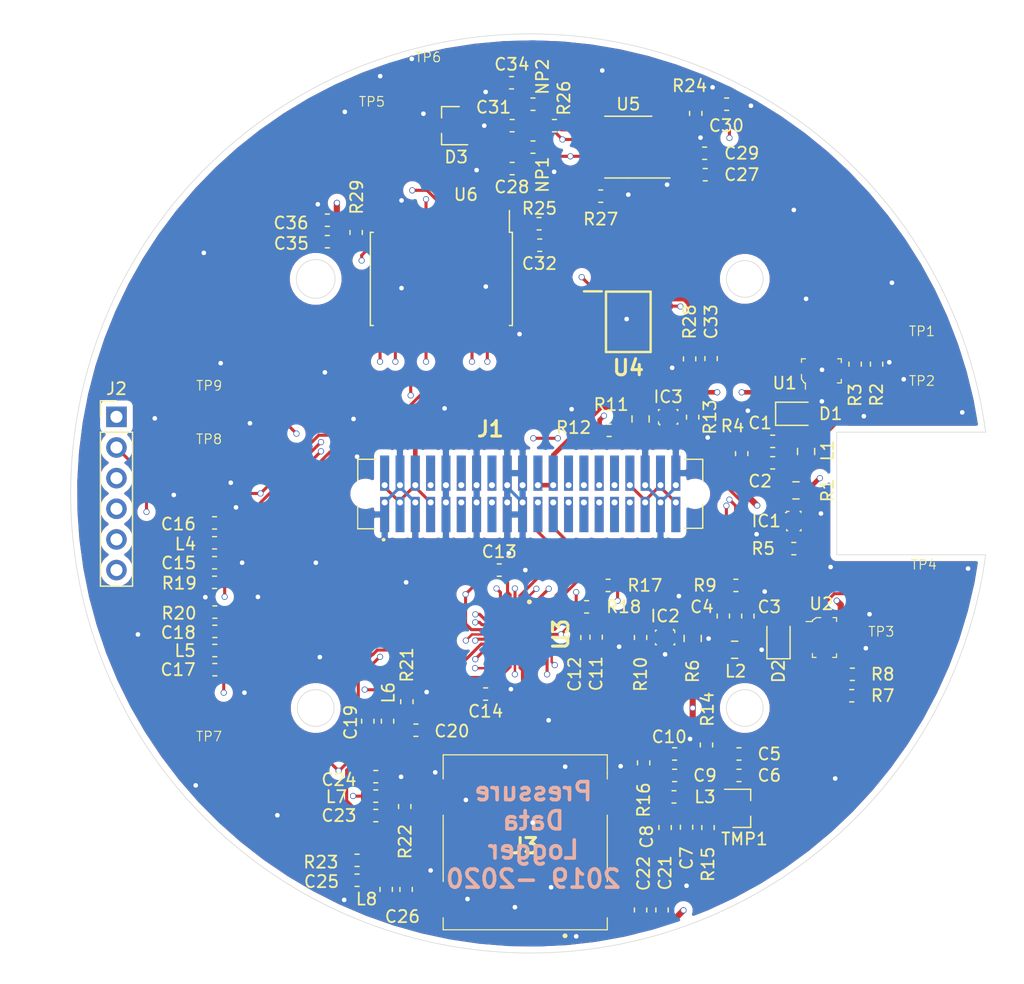
<source format=kicad_pcb>
(kicad_pcb (version 20171130) (host pcbnew "(5.1.4)-1")
  (layers (0 F.Cu signal) (1 In1.Cu_3V3 signal) (2 In2.Cu signal) (31 B.Cu_GND power) (34 B.Paste user) (35 F.Paste user) (36 B.SilkS user hide) (37 F.SilkS user) (38 B.Mask user) (39 F.Mask user) (44 Edge.Cuts user))
  (net 0 "")
  (net 1 GND)
  (net 2 "Net-(J1-Pad33)")
  (net 3 "Net-(J1-Pad32)")
  (net 4 "Net-(J1-Pad31)")
  (net 5 "Net-(J1-Pad30)")
  (net 6 "Net-(J1-Pad29)")
  (net 7 CAN_L)
  (net 8 CAN_H)
  (net 9 "Net-(J1-Pad8)")
  (net 10 "Net-(C1-Pad1)")
  (net 11 "Net-(C2-Pad2)")
  (net 12 "Net-(C2-Pad1)")
  (net 13 "Net-(C3-Pad1)")
  (net 14 "Net-(C4-Pad2)")
  (net 15 "Net-(C4-Pad1)")
  (net 16 +5V)
  (net 17 "Net-(C7-Pad2)")
  (net 18 TSENSE_1)
  (net 19 "Net-(C10-Pad1)")
  (net 20 "Net-(C11-Pad1)")
  (net 21 +3V3)
  (net 22 "Net-(C14-Pad1)")
  (net 23 SD_MOSI)
  (net 24 SD_MISO)
  (net 25 SCK)
  (net 26 SD_CLK)
  (net 27 "Net-(R2-Pad2)")
  (net 28 !ENABLE_3V3)
  (net 29 I_3V3)
  (net 30 "Net-(R7-Pad2)")
  (net 31 !ENABLE_5V)
  (net 32 I_5V)
  (net 33 3V3_FAULT)
  (net 34 +3.3VP)
  (net 35 5V_FAULT)
  (net 36 +5VP)
  (net 37 UART_TX)
  (net 38 UPDC_TX)
  (net 39 UART_RX)
  (net 40 UPDC_RX)
  (net 41 MOSI)
  (net 42 MISO)
  (net 43 PDC_3V3)
  (net 44 IPDC)
  (net 45 CAN_RESET)
  (net 46 CAN_CS)
  (net 47 CAN_INT)
  (net 48 RX0BF)
  (net 49 RX1BF)
  (net 50 TX2RTS)
  (net 51 TX1RTS)
  (net 52 TX0RTS)
  (net 53 "Net-(C31-Pad1)")
  (net 54 "Net-(U4-Pad12)")
  (net 55 "Net-(U6-Pad8)")
  (net 56 "Net-(U6-Pad7)")
  (net 57 "Net-(U6-Pad3)")
  (net 58 "Net-(U4-Pad2)")
  (net 59 ~MCLR)
  (net 60 "Net-(U3-Pad20)")
  (net 61 SD_CS)
  (net 62 PGEC1)
  (net 63 PGED1)
  (net 64 "Net-(J3-Pad8)")
  (net 65 "Net-(J3-Pad1)")
  (net 66 "Net-(J1-Pad27)")
  (net 67 "Net-(J1-Pad25)")
  (net 68 "Net-(IC1-Pad4)")
  (net 69 "Net-(IC1-Pad2)")
  (net 70 "Net-(IC2-Pad4)")
  (net 71 "Net-(IC2-Pad2)")
  (net 72 "Net-(IC3-Pad4)")
  (net 73 "Net-(IC3-Pad2)")
  (net 74 "Net-(J2-Pad6)")
  (net 75 VSS)
  (net 76 VDD)
  (net 77 "Net-(U4-Pad4)")
  (net 78 "Net-(U4-Pad5)")
  (net 79 "Net-(U4-Pad6)")
  (net 80 "Net-(U4-Pad9)")
  (net 81 "Net-(U4-Pad10)")
  (net 82 "Net-(U4-Pad11)")
  (net 83 "Net-(U3-Pad6)")
  (net 84 "Net-(C5-Pad2)")
  (net 85 "Net-(C15-Pad2)")
  (net 86 "Net-(C18-Pad2)")
  (net 87 "Net-(C19-Pad2)")
  (net 88 "Net-(C23-Pad2)")
  (net 89 "Net-(C25-Pad2)")
  (net 90 "Net-(C30-Pad1)")
  (net 91 "Net-(C32-Pad2)")
  (net 92 "Net-(IC3-Pad1)")
  (net 93 "Net-(R24-Pad2)")
  (net 94 "Net-(R25-Pad2)")
  (net 95 "Net-(R26-Pad1)")
  (net 96 "Net-(R27-Pad1)")
  (net 97 "Net-(R29-Pad1)")
  (module Resistor_SMD:R_0603_1608Metric (layer F.Cu) (at 167.005 147.8406 90)
    (fp_text reference R14 (at 2.959 0.0762 270) (layer F.SilkS))
    (fp_text value 0)
    (pad 2 smd roundrect (at 0.7875 0 90) (size 0.875 0.95) (layers F.Cu F.Paste F.Mask) (net 16 +5V))
    (pad 1 smd roundrect (at -0.7875 0 90) (size 0.875 0.95) (layers F.Cu F.Paste F.Mask) (net 84 "Net-(C5-Pad2)"))
  )
  (module TestPoint:TP380X203 (layer F.Cu) (at 125.7554 119.888)
    (fp_text reference TP9 (at 0.0381 -1.8161) (layer F.SilkS) (effects (font (size 0.8 0.8) (thickness 0.09))))
    (fp_text value T)
    (pad 1 smd rect (at 0 0) (size 3.8 2.03) (layers F.Cu F.Paste F.Mask) (net 25 SCK))
  )
  (module TestPoint:TP380X203 (layer F.Cu) (at 125.7427 124.3203)
    (fp_text reference TP8 (at 0.0381 -1.8161) (layer F.SilkS) (effects (font (size 0.8 0.8) (thickness 0.09))))
    (fp_text value T)
    (pad 1 smd rect (at 0 0) (size 3.8 2.03) (layers F.Cu F.Paste F.Mask) (net 41 MOSI))
  )
  (module TestPoint:TP380X203 (layer F.Cu) (at 125.7427 148.9837)
    (fp_text reference TP7 (at 0.0381 -1.8415) (layer F.SilkS) (effects (font (size 0.8 0.8) (thickness 0.09))))
    (fp_text value T)
    (pad 1 smd rect (at 0 0) (size 3.8 2.03) (layers F.Cu F.Paste F.Mask) (net 42 MISO))
  )
  (module TestPoint:TP380X203 (layer F.Cu) (at 142.8877 92.8116)
    (fp_text reference TP6 (at 1.0541 -1.9558) (layer F.SilkS) (effects (font (size 0.8 0.8) (thickness 0.09))))
    (fp_text value T)
    (pad 1 smd rect (at 0 0) (size 3.8 2.03) (layers F.Cu F.Paste F.Mask) (net 7 CAN_L))
  )
  (module TestPoint:TP380X203 (layer F.Cu) (at 140.5636 96.4692)
    (fp_text reference TP5 (at -1.2827 -1.9304) (layer F.SilkS) (effects (font (size 0.8 0.8) (thickness 0.09))))
    (fp_text value T)
    (pad 1 smd rect (at 0 0) (size 3.8 2.03) (layers F.Cu F.Paste F.Mask) (net 8 CAN_H))
  )
  (module TestPoint:TP380X203 (layer F.Cu) (at 184.9755 134.6581)
    (fp_text reference TP4 (at 0.04 -1.758) (layer F.SilkS) (effects (font (size 0.8 0.8) (thickness 0.09))))
    (fp_text value T)
    (pad 1 smd rect (at 0 0) (size 3.8 2.03) (layers F.Cu F.Paste F.Mask) (net 15 "Net-(C4-Pad1)"))
  )
  (module TestPoint:TP380X203 (layer F.Cu) (at 184.9755 138.3792)
    (fp_text reference TP3 (at -3.4798 0.0762) (layer F.SilkS) (effects (font (size 0.8 0.8) (thickness 0.09))))
    (fp_text value T)
    (pad 1 smd rect (at 0 0) (size 3.8 2.03) (layers F.Cu F.Paste F.Mask) (net 13 "Net-(C3-Pad1)"))
  )
  (module TestPoint:TP380X203 (layer F.Cu) (at 184.8231 119.4308)
    (fp_text reference TP2 (at 0.04 -1.758) (layer F.SilkS) (effects (font (size 0.8 0.8) (thickness 0.09))))
    (fp_text value T)
    (pad 1 smd rect (at 0 0) (size 3.8 2.03) (layers F.Cu F.Paste F.Mask) (net 12 "Net-(C2-Pad1)"))
  )
  (module TestPoint:TP380X203 (layer F.Cu) (at 184.8231 115.316)
    (fp_text reference TP1 (at 0.04 -1.758) (layer F.SilkS) (effects (font (size 0.8 0.8) (thickness 0.09))))
    (fp_text value T)
    (pad 1 smd rect (at 0 0) (size 3.8 2.03) (layers F.Cu F.Paste F.Mask) (net 10 "Net-(C1-Pad1)"))
  )
  (module Resistor_SMD:R_0603_1608Metric (layer F.Cu) (at 137.9728 105.3718 270)
    (fp_text reference R29 (at -2.9336 -0.0508 90) (layer F.SilkS))
    (fp_text value 0)
    (pad 2 smd roundrect (at 0.7875 0 270) (size 0.875 0.95) (layers F.Cu F.Paste F.Mask) (net 21 +3V3))
    (pad 1 smd roundrect (at -0.7875 0 270) (size 0.875 0.95) (layers F.Cu F.Paste F.Mask) (net 97 "Net-(R29-Pad1)"))
  )
  (module Resistor_SMD:R_0603_1608Metric (layer F.Cu) (at 158.9404 121.7676)
    (fp_text reference R12 (at -2.9463 -0.2286) (layer F.SilkS))
    (fp_text value 0)
    (pad 2 smd roundrect (at 0.7875 0) (size 0.875 0.95) (layers F.Cu F.Paste F.Mask) (net 92 "Net-(IC3-Pad1)"))
    (pad 1 smd roundrect (at -0.7875 0) (size 0.875 0.95) (layers F.Cu F.Paste F.Mask) (net 21 +3V3))
  )
  (module MASA_Library:Stack_Connector_2019_2020 (layer F.Cu) (at 152.4 127.0292)
    (fp_text reference J1 (at -3.302 -5.3632 180) (layer F.SilkS) (effects (font (size 1.27 1.27) (thickness 0.254))))
    (fp_text value SC_19-20 hide)
    (pad 1 thru_hole rect (at -12.065 0.715) (size 0.74 2.92) (drill 0.5 (offset 0 1)) (layers *.Cu *.Mask) (net 1 GND))
    (pad 2 thru_hole rect (at -12.065 -0.715) (size 0.74 2.92) (drill 0.5 (offset 0 -1)) (layers *.Cu *.Mask) (net 34 +3.3VP))
    (pad 3 thru_hole rect (at -10.795 0.715) (size 0.74 2.92) (drill 0.5 (offset 0 1)) (layers *.Cu *.Mask) (net 34 +3.3VP))
    (pad 4 thru_hole rect (at -10.795 -0.715) (size 0.74 2.92) (drill 0.5 (offset 0 -1)) (layers *.Cu *.Mask) (net 1 GND))
    (pad 5 thru_hole rect (at -9.525 0.715) (size 0.74 2.92) (drill 0.5 (offset 0 1)) (layers *.Cu *.Mask) (net 1 GND))
    (pad 6 thru_hole rect (at -9.525 -0.715) (size 0.74 2.92) (drill 0.5 (offset 0 -1)) (layers *.Cu *.Mask) (net 34 +3.3VP))
    (pad 7 thru_hole rect (at -8.255 0.715) (size 0.74 2.92) (drill 0.5 (offset 0 1)) (layers *.Cu *.Mask) (net 34 +3.3VP))
    (pad 8 thru_hole rect (at -8.255 -0.715) (size 0.74 2.92) (drill 0.5 (offset 0 -1)) (layers *.Cu *.Mask) (net 9 "Net-(J1-Pad8)"))
    (pad 9 thru_hole rect (at -6.985 0.715) (size 0.74 2.92) (drill 0.5 (offset 0 1)) (layers *.Cu *.Mask) (net 1 GND))
    (pad 10 thru_hole rect (at -6.985 -0.715) (size 0.74 2.92) (drill 0.5 (offset 0 -1)) (layers *.Cu *.Mask) (net 1 GND))
    (pad 11 thru_hole rect (at -5.715 0.715) (size 0.74 2.92) (drill 0.5 (offset 0 1)) (layers *.Cu *.Mask) (net 43 PDC_3V3))
    (pad 12 thru_hole rect (at -5.715 -0.715) (size 0.74 2.92) (drill 0.5 (offset 0 -1)) (layers *.Cu *.Mask) (net 43 PDC_3V3))
    (pad 13 thru_hole rect (at -4.445 0.715) (size 0.74 2.92) (drill 0.5 (offset 0 1)) (layers *.Cu *.Mask) (net 1 GND))
    (pad 14 thru_hole rect (at -4.445 -0.715) (size 0.74 2.92) (drill 0.5 (offset 0 -1)) (layers *.Cu *.Mask) (net 1 GND))
    (pad 15 thru_hole rect (at -3.175 0.715) (size 0.74 2.92) (drill 0.5 (offset 0 1)) (layers *.Cu *.Mask) (net 43 PDC_3V3))
    (pad 16 thru_hole rect (at -3.175 -0.715) (size 0.74 2.92) (drill 0.5 (offset 0 -1)) (layers *.Cu *.Mask) (net 43 PDC_3V3))
    (pad 17 thru_hole rect (at -1.905 0.715) (size 0.74 2.92) (drill 0.5 (offset 0 1)) (layers *.Cu *.Mask) (net 1 GND))
    (pad 18 thru_hole rect (at -1.905 -0.715) (size 0.74 2.92) (drill 0.5 (offset 0 -1)) (layers *.Cu *.Mask) (net 1 GND))
    (pad 19 thru_hole rect (at -0.635 0.715) (size 0.74 2.92) (drill 0.5 (offset 0 1)) (layers *.Cu *.Mask) (net 1 GND))
    (pad 20 thru_hole rect (at -0.635 -0.715) (size 0.74 2.92) (drill 0.5 (offset 0 -1)) (layers *.Cu *.Mask) (net 1 GND))
    (pad 21 thru_hole rect (at 0.635 0.715) (size 0.74 2.92) (drill 0.5 (offset 0 1)) (layers *.Cu *.Mask) (net 8 CAN_H))
    (pad 22 thru_hole rect (at 0.635 -0.715) (size 0.74 2.92) (drill 0.5 (offset 0 -1)) (layers *.Cu *.Mask) (net 43 PDC_3V3))
    (pad 23 thru_hole rect (at 1.905 0.715) (size 0.74 2.92) (drill 0.5 (offset 0 1)) (layers *.Cu *.Mask) (net 7 CAN_L))
    (pad 24 thru_hole rect (at 1.905 -0.715) (size 0.74 2.92) (drill 0.5 (offset 0 -1)) (layers *.Cu *.Mask) (net 43 PDC_3V3))
    (pad 25 thru_hole rect (at 3.175 0.715) (size 0.74 2.92) (drill 0.5 (offset 0 1)) (layers *.Cu *.Mask) (net 67 "Net-(J1-Pad25)"))
    (pad 26 thru_hole rect (at 3.175 -0.715) (size 0.74 2.92) (drill 0.5 (offset 0 -1)) (layers *.Cu *.Mask) (net 38 UPDC_TX))
    (pad 27 thru_hole rect (at 4.445 0.715) (size 0.74 2.92) (drill 0.5 (offset 0 1)) (layers *.Cu *.Mask) (net 66 "Net-(J1-Pad27)"))
    (pad 28 thru_hole rect (at 4.445 -0.715) (size 0.74 2.92) (drill 0.5 (offset 0 -1)) (layers *.Cu *.Mask) (net 40 UPDC_RX))
    (pad 29 thru_hole rect (at 5.715 0.715) (size 0.74 2.92) (drill 0.5 (offset 0 1)) (layers *.Cu *.Mask) (net 6 "Net-(J1-Pad29)"))
    (pad 30 thru_hole rect (at 5.715 -0.715) (size 0.74 2.92) (drill 0.5 (offset 0 -1)) (layers *.Cu *.Mask) (net 5 "Net-(J1-Pad30)"))
    (pad 31 thru_hole rect (at 6.985 0.715) (size 0.74 2.92) (drill 0.5 (offset 0 1)) (layers *.Cu *.Mask) (net 4 "Net-(J1-Pad31)"))
    (pad 32 thru_hole rect (at 6.985 -0.715) (size 0.74 2.92) (drill 0.5 (offset 0 -1)) (layers *.Cu *.Mask) (net 3 "Net-(J1-Pad32)"))
    (pad 33 thru_hole rect (at 8.255 0.715) (size 0.74 2.92) (drill 0.5 (offset 0 1)) (layers *.Cu *.Mask) (net 2 "Net-(J1-Pad33)"))
    (pad 34 thru_hole rect (at 8.255 -0.715) (size 0.74 2.92) (drill 0.5 (offset 0 -1)) (layers *.Cu *.Mask) (net 36 +5VP))
    (pad 35 thru_hole rect (at 9.525 0.715) (size 0.74 2.92) (drill 0.5 (offset 0 1)) (layers *.Cu *.Mask) (net 36 +5VP))
    (pad 36 thru_hole rect (at 9.525 -0.715) (size 0.74 2.92) (drill 0.5 (offset 0 -1)) (layers *.Cu *.Mask) (net 1 GND))
    (pad 37 thru_hole rect (at 10.795 0.715) (size 0.74 2.92) (drill 0.5 (offset 0 1)) (layers *.Cu *.Mask) (net 1 GND))
    (pad 38 thru_hole rect (at 10.795 -0.715) (size 0.74 2.92) (drill 0.5 (offset 0 -1)) (layers *.Cu *.Mask) (net 36 +5VP))
    (pad 39 thru_hole rect (at 12.065 0.715) (size 0.74 2.92) (drill 0.5 (offset 0 1)) (layers *.Cu *.Mask) (net 36 +5VP))
    (pad 40 thru_hole rect (at 12.065 -0.715) (size 0.74 2.92) (drill 0.5 (offset 0 -1)) (layers *.Cu *.Mask) (net 1 GND))
    (pad MH1 np_thru_hole circle (at -13.655 0) (size 1.5 0) (drill 1.5) (layers *.Cu *.Mask))
    (pad MH2 np_thru_hole circle (at 13.655 0) (size 1.5 0) (drill 1.5) (layers *.Cu *.Mask))
  )
  (module PIC32:PIC32MM0016GPL028EM6 (layer F.Cu) (at 151.13 138.684 270)
    (fp_text reference U3 (at 0 -3.81 90) (layer F.SilkS) (effects (font (size 1.27 1.27) (thickness 0.254))))
    (fp_text value PIC32MM0256GPM028T hide)
    (pad 1 smd rect (at -1.95 -1.2) (size 0.2 0.85) (layers F.Cu F.Paste F.Mask) (net 63 PGED1))
    (pad 2 smd rect (at -1.95 -0.8) (size 0.2 0.85) (layers F.Cu F.Paste F.Mask) (net 62 PGEC1))
    (pad 3 smd rect (at -1.95 -0.4) (size 0.2 0.85) (layers F.Cu F.Paste F.Mask) (net 44 IPDC))
    (pad 4 smd rect (at -1.95 0) (size 0.2 0.85) (layers F.Cu F.Paste F.Mask) (net 47 CAN_INT))
    (pad 5 smd rect (at -1.95 0.4) (size 0.2 0.85) (layers F.Cu F.Paste F.Mask) (net 1 GND))
    (pad 6 smd rect (at -1.95 0.8) (size 0.2 0.85) (layers F.Cu F.Paste F.Mask) (net 83 "Net-(U3-Pad6)"))
    (pad 7 smd rect (at -1.95 1.2) (size 0.2 0.85) (layers F.Cu F.Paste F.Mask) (net 45 CAN_RESET))
    (pad 8 smd rect (at -1.2 1.95 270) (size 0.2 0.85) (layers F.Cu F.Paste F.Mask) (net 46 CAN_CS))
    (pad 9 smd rect (at -0.8 1.95 270) (size 0.2 0.85) (layers F.Cu F.Paste F.Mask) (net 25 SCK))
    (pad 10 smd rect (at -0.4 1.95 270) (size 0.2 0.85) (layers F.Cu F.Paste F.Mask) (net 21 +3V3))
    (pad 11 smd rect (at 0 1.95 270) (size 0.2 0.85) (layers F.Cu F.Paste F.Mask) (net 48 RX0BF))
    (pad 12 smd rect (at 0.4 1.95 270) (size 0.2 0.85) (layers F.Cu F.Paste F.Mask) (net 49 RX1BF))
    (pad 13 smd rect (at 0.8 1.95 270) (size 0.2 0.85) (layers F.Cu F.Paste F.Mask) (net 42 MISO))
    (pad 14 smd rect (at 1.2 1.95 270) (size 0.2 0.85) (layers F.Cu F.Paste F.Mask) (net 52 TX0RTS))
    (pad 15 smd rect (at 1.95 1.2) (size 0.2 0.85) (layers F.Cu F.Paste F.Mask) (net 51 TX1RTS))
    (pad 16 smd rect (at 1.95 0.8) (size 0.2 0.85) (layers F.Cu F.Paste F.Mask) (net 41 MOSI))
    (pad 17 smd rect (at 1.95 0.4) (size 0.2 0.85) (layers F.Cu F.Paste F.Mask) (net 22 "Net-(C14-Pad1)"))
    (pad 18 smd rect (at 1.95 0) (size 0.2 0.85) (layers F.Cu F.Paste F.Mask) (net 50 TX2RTS))
    (pad 19 smd rect (at 1.95 -0.4) (size 0.2 0.85) (layers F.Cu F.Paste F.Mask) (net 61 SD_CS))
    (pad 20 smd rect (at 1.95 -0.8) (size 0.2 0.85) (layers F.Cu F.Paste F.Mask) (net 60 "Net-(U3-Pad20)"))
    (pad 21 smd rect (at 1.95 -1.2) (size 0.2 0.85) (layers F.Cu F.Paste F.Mask) (net 18 TSENSE_1))
    (pad 22 smd rect (at 1.2 -1.95 270) (size 0.2 0.85) (layers F.Cu F.Paste F.Mask) (net 37 UART_TX))
    (pad 23 smd rect (at 0.8 -1.95 270) (size 0.2 0.85) (layers F.Cu F.Paste F.Mask) (net 39 UART_RX))
    (pad 24 smd rect (at 0.4 -1.95 270) (size 0.2 0.85) (layers F.Cu F.Paste F.Mask) (net 1 GND))
    (pad 25 smd rect (at 0 -1.95 270) (size 0.2 0.85) (layers F.Cu F.Paste F.Mask) (net 21 +3V3))
    (pad 26 smd rect (at -0.4 -1.95 270) (size 0.2 0.85) (layers F.Cu F.Paste F.Mask) (net 59 ~MCLR))
    (pad 27 smd rect (at -0.8 -1.95 270) (size 0.2 0.85) (layers F.Cu F.Paste F.Mask) (net 32 I_5V))
    (pad 28 smd rect (at -1.2 -1.95 270) (size 0.2 0.85) (layers F.Cu F.Paste F.Mask) (net 29 I_3V3))
    (pad 29 smd rect (at 0 0 270) (size 2 2) (layers F.Cu F.Paste F.Mask))
    (pad 30 smd rect (at -1.95 -1.95 270) (size 0.78 0.78) (layers F.Cu F.Paste F.Mask))
    (pad 31 smd rect (at -1.95 1.95 270) (size 0.78 0.78) (layers F.Cu F.Paste F.Mask))
    (pad 32 smd rect (at 1.95 1.95 270) (size 0.78 0.78) (layers F.Cu F.Paste F.Mask))
    (pad 33 smd rect (at 1.95 -1.95 270) (size 0.78 0.78) (layers F.Cu F.Paste F.Mask))
  )
  (module digikey-footprints:UFDFN-6_1.45x1mm (layer F.Cu) (at 163.83 120.65)
    (fp_text reference IC3 (at 0 -1.66) (layer F.SilkS))
    (fp_text value FAN4010IL6X_F113)
    (pad 6 smd rect (at -0.5 -0.375) (size 0.3 0.49) (layers F.Cu F.Paste F.Mask) (net 43 PDC_3V3))
    (pad 5 smd rect (at 0 -0.375) (size 0.3 0.49) (layers F.Cu F.Paste F.Mask) (net 1 GND))
    (pad 4 smd rect (at 0.5 -0.375) (size 0.3 0.49) (layers F.Cu F.Paste F.Mask) (net 72 "Net-(IC3-Pad4)"))
    (pad 3 smd rect (at 0.5 0.375) (size 0.3 0.49) (layers F.Cu F.Paste F.Mask) (net 44 IPDC))
    (pad 1 smd rect (at -0.5 0.39) (size 0.3 0.52) (layers F.Cu F.Paste F.Mask) (net 92 "Net-(IC3-Pad1)"))
    (pad 2 smd rect (at 0 0.375) (size 0.3 0.49) (layers F.Cu F.Paste F.Mask) (net 73 "Net-(IC3-Pad2)"))
  )
  (module MASA_Library:472192001 (layer F.Cu) (at 151.985 156.21)
    (fp_text reference J3 (at 0 0) (layer F.SilkS) (effects (font (size 1.27 1.27) (thickness 0.254))))
    (fp_text value 47219-2001 hide)
    (pad 12 smd rect (at 6.875 4.4) (size 1.45 2) (layers F.Cu F.Paste F.Mask) (net 1 GND))
    (pad 11 smd rect (at 6.875 -3.9) (size 1.45 2) (layers F.Cu F.Paste F.Mask) (net 1 GND))
    (pad 10 smd rect (at -6.875 -3.9) (size 1.45 2) (layers F.Cu F.Paste F.Mask) (net 1 GND))
    (pad 9 smd rect (at -6.875 4.4) (size 1.45 2) (layers F.Cu F.Paste F.Mask) (net 1 GND))
    (pad 8 smd rect (at -4.495 1.8) (size 0.8 1.5) (layers F.Cu F.Paste F.Mask) (net 64 "Net-(J3-Pad8)"))
    (pad 7 smd rect (at -3.395 1.8) (size 0.8 1.5) (layers F.Cu F.Paste F.Mask) (net 24 SD_MISO))
    (pad 6 smd rect (at -2.295 1.8) (size 0.8 1.5) (layers F.Cu F.Paste F.Mask) (net 1 GND))
    (pad 5 smd rect (at -1.195 1.8) (size 0.8 1.5) (layers F.Cu F.Paste F.Mask) (net 26 SD_CLK))
    (pad 4 smd rect (at -0.095 1.8) (size 0.8 1.5) (layers F.Cu F.Paste F.Mask) (net 21 +3V3))
    (pad 3 smd rect (at 1.005 1.8) (size 0.8 1.5) (layers F.Cu F.Paste F.Mask) (net 23 SD_MOSI))
    (pad 2 smd rect (at 2.105 1.8) (size 0.8 1.5) (layers F.Cu F.Paste F.Mask) (net 61 SD_CS))
    (pad 1 smd rect (at 3.205 1.8) (size 0.8 1.5) (layers F.Cu F.Paste F.Mask) (net 65 "Net-(J3-Pad1)"))
  )
  (module Capacitor_SMD:C_0603_1608Metric (layer F.Cu) (at 169.6975 148.59 180)
    (fp_text reference C5 (at -2.5145 0) (layer F.SilkS))
    (fp_text value 100n)
    (pad 2 smd roundrect (at 0.7875 0 180) (size 0.875 0.95) (layers F.Cu F.Paste F.Mask) (net 84 "Net-(C5-Pad2)"))
    (pad 1 smd roundrect (at -0.7875 0 180) (size 0.875 0.95) (layers F.Cu F.Paste F.Mask) (net 1 GND))
  )
  (module Connector_PinHeader_2.54mm:PinHeader_1x06_P2.54mm_Vertical (layer F.Cu) (at 118.11 120.65)
    (fp_text reference J2 (at 0 -2.33) (layer F.SilkS))
    (fp_text value Conn_01x06)
    (pad 6 thru_hole oval (at 0 12.7) (size 1.7 1.7) (drill 1) (layers *.Cu *.Mask) (net 74 "Net-(J2-Pad6)"))
    (pad 5 thru_hole oval (at 0 10.16) (size 1.7 1.7) (drill 1) (layers *.Cu *.Mask) (net 75 VSS))
    (pad 4 thru_hole oval (at 0 7.62) (size 1.7 1.7) (drill 1) (layers *.Cu *.Mask) (net 76 VDD))
    (pad 3 thru_hole oval (at 0 5.08) (size 1.7 1.7) (drill 1) (layers *.Cu *.Mask) (net 63 PGED1))
    (pad 2 thru_hole oval (at 0 2.54) (size 1.7 1.7) (drill 1) (layers *.Cu *.Mask) (net 62 PGEC1))
    (pad 1 thru_hole rect (at 0 0) (size 1.7 1.7) (drill 1) (layers *.Cu *.Mask) (net 59 ~MCLR))
  )
  (module Package_SO:SOIC-18W_7.5x11.6mm_P1.27mm (layer F.Cu) (at 145.034 109.22 270)
    (fp_text reference U6 (at -6.985 -2.032 180) (layer F.SilkS))
    (fp_text value MCP2515-xSO)
    (pad 18 smd roundrect (at 4.65 -5.08 270) (size 2.05 0.6) (layers F.Cu F.Paste F.Mask) (net 1 GND))
    (pad 17 smd roundrect (at 4.65 -3.81 270) (size 2.05 0.6) (layers F.Cu F.Paste F.Mask) (net 45 CAN_RESET))
    (pad 16 smd roundrect (at 4.65 -2.54 270) (size 2.05 0.6) (layers F.Cu F.Paste F.Mask) (net 46 CAN_CS))
    (pad 15 smd roundrect (at 4.65 -1.27 270) (size 2.05 0.6) (layers F.Cu F.Paste F.Mask) (net 42 MISO))
    (pad 14 smd roundrect (at 4.65 0 270) (size 2.05 0.6) (layers F.Cu F.Paste F.Mask) (net 41 MOSI))
    (pad 13 smd roundrect (at 4.65 1.27 270) (size 2.05 0.6) (layers F.Cu F.Paste F.Mask) (net 25 SCK))
    (pad 12 smd roundrect (at 4.65 2.54 270) (size 2.05 0.6) (layers F.Cu F.Paste F.Mask) (net 47 CAN_INT))
    (pad 11 smd roundrect (at 4.65 3.81 270) (size 2.05 0.6) (layers F.Cu F.Paste F.Mask) (net 48 RX0BF))
    (pad 10 smd roundrect (at 4.65 5.08 270) (size 2.05 0.6) (layers F.Cu F.Paste F.Mask) (net 49 RX1BF))
    (pad 9 smd roundrect (at -4.65 5.08 270) (size 2.05 0.6) (layers F.Cu F.Paste F.Mask) (net 97 "Net-(R29-Pad1)"))
    (pad 8 smd roundrect (at -4.65 3.81 270) (size 2.05 0.6) (layers F.Cu F.Paste F.Mask) (net 55 "Net-(U6-Pad8)"))
    (pad 7 smd roundrect (at -4.65 2.54 270) (size 2.05 0.6) (layers F.Cu F.Paste F.Mask) (net 56 "Net-(U6-Pad7)"))
    (pad 6 smd roundrect (at -4.65 1.27 270) (size 2.05 0.6) (layers F.Cu F.Paste F.Mask) (net 50 TX2RTS))
    (pad 5 smd roundrect (at -4.65 0 270) (size 2.05 0.6) (layers F.Cu F.Paste F.Mask) (net 51 TX1RTS))
    (pad 4 smd roundrect (at -4.65 -1.27 270) (size 2.05 0.6) (layers F.Cu F.Paste F.Mask) (net 52 TX0RTS))
    (pad 3 smd roundrect (at -4.65 -2.54 270) (size 2.05 0.6) (layers F.Cu F.Paste F.Mask) (net 57 "Net-(U6-Pad3)"))
    (pad 2 smd roundrect (at -4.65 -3.81 270) (size 2.05 0.6) (layers F.Cu F.Paste F.Mask) (net 58 "Net-(U4-Pad2)"))
    (pad 1 smd roundrect (at -4.65 -5.08 270) (size 2.05 0.6) (layers F.Cu F.Paste F.Mask) (net 94 "Net-(R25-Pad2)"))
  )
  (module Package_SO:SOIC-8_3.9x4.9mm_P1.27mm (layer F.Cu) (at 160.528 98.298 180)
    (fp_text reference U5 (at 0 3.556) (layer F.SilkS))
    (fp_text value SN65HVD1050D)
    (pad 8 smd roundrect (at 2.475 -1.905 180) (size 1.95 0.6) (layers F.Cu F.Paste F.Mask) (net 96 "Net-(R27-Pad1)"))
    (pad 7 smd roundrect (at 2.475 -0.635 180) (size 1.95 0.6) (layers F.Cu F.Paste F.Mask) (net 8 CAN_H))
    (pad 6 smd roundrect (at 2.475 0.635 180) (size 1.95 0.6) (layers F.Cu F.Paste F.Mask) (net 7 CAN_L))
    (pad 5 smd roundrect (at 2.475 1.905 180) (size 1.95 0.6) (layers F.Cu F.Paste F.Mask) (net 95 "Net-(R26-Pad1)"))
    (pad 4 smd roundrect (at -2.475 1.905 180) (size 1.95 0.6) (layers F.Cu F.Paste F.Mask) (net 93 "Net-(R24-Pad2)"))
    (pad 3 smd roundrect (at -2.475 0.635 180) (size 1.95 0.6) (layers F.Cu F.Paste F.Mask) (net 16 +5V))
    (pad 2 smd roundrect (at -2.475 -0.635 180) (size 1.95 0.6) (layers F.Cu F.Paste F.Mask) (net 1 GND))
    (pad 1 smd roundrect (at -2.475 -1.905 180) (size 1.95 0.6) (layers F.Cu F.Paste F.Mask) (net 54 "Net-(U4-Pad12)"))
  )
  (module TXB0104PWR:TXB0104PWR (layer F.Cu) (at 160.528 112.776)
    (fp_text reference U4 (at 0 3.81) (layer F.SilkS) (effects (font (size 1.27 1.27) (thickness 0.254))))
    (fp_text value TXB0104PWR hide)
    (pad 1 smd rect (at -2.938 -1.95 90) (size 0.45 1.475) (layers F.Cu F.Paste F.Mask) (net 21 +3V3))
    (pad 2 smd rect (at -2.938 -1.3 90) (size 0.45 1.475) (layers F.Cu F.Paste F.Mask) (net 58 "Net-(U4-Pad2)"))
    (pad 3 smd rect (at -2.938 -0.65 90) (size 0.45 1.475) (layers F.Cu F.Paste F.Mask) (net 91 "Net-(C32-Pad2)"))
    (pad 4 smd rect (at -2.938 0 90) (size 0.45 1.475) (layers F.Cu F.Paste F.Mask) (net 77 "Net-(U4-Pad4)"))
    (pad 5 smd rect (at -2.938 0.65 90) (size 0.45 1.475) (layers F.Cu F.Paste F.Mask) (net 78 "Net-(U4-Pad5)"))
    (pad 6 smd rect (at -2.938 1.3 90) (size 0.45 1.475) (layers F.Cu F.Paste F.Mask) (net 79 "Net-(U4-Pad6)"))
    (pad 7 smd rect (at -2.938 1.95 90) (size 0.45 1.475) (layers F.Cu F.Paste F.Mask) (net 1 GND))
    (pad 8 smd rect (at 2.938 1.95 90) (size 0.45 1.475) (layers F.Cu F.Paste F.Mask) (net 16 +5V))
    (pad 9 smd rect (at 2.938 1.3 90) (size 0.45 1.475) (layers F.Cu F.Paste F.Mask) (net 80 "Net-(U4-Pad9)"))
    (pad 10 smd rect (at 2.938 0.65 90) (size 0.45 1.475) (layers F.Cu F.Paste F.Mask) (net 81 "Net-(U4-Pad10)"))
    (pad 11 smd rect (at 2.938 0 90) (size 0.45 1.475) (layers F.Cu F.Paste F.Mask) (net 82 "Net-(U4-Pad11)"))
    (pad 12 smd rect (at 2.938 -0.65 90) (size 0.45 1.475) (layers F.Cu F.Paste F.Mask) (net 54 "Net-(U4-Pad12)"))
    (pad 13 smd rect (at 2.938 -1.3 90) (size 0.45 1.475) (layers F.Cu F.Paste F.Mask) (net 90 "Net-(C30-Pad1)"))
    (pad 14 smd rect (at 2.938 -1.95 90) (size 0.45 1.475) (layers F.Cu F.Paste F.Mask) (net 16 +5V))
  )
  (module digikey-footprints:SOT-753 (layer F.Cu) (at 176.784 138.938 270)
    (fp_text reference U2 (at -2.794 0.254 180) (layer F.SilkS))
    (fp_text value STMPS2141STR)
    (pad 1 smd rect (at -0.95 1.35 270) (size 0.6 1.05) (layers F.Cu F.Paste F.Mask) (net 13 "Net-(C3-Pad1)"))
    (pad 2 smd rect (at 0 1.35 270) (size 0.6 1.05) (layers F.Cu F.Paste F.Mask) (net 1 GND))
    (pad 3 smd rect (at 0.95 1.35 270) (size 0.6 1.05) (layers F.Cu F.Paste F.Mask) (net 35 5V_FAULT))
    (pad 4 smd rect (at 0.95 -1.35 270) (size 0.6 1.05) (layers F.Cu F.Paste F.Mask) (net 30 "Net-(R7-Pad2)"))
    (pad 5 smd rect (at -0.95 -1.35 270) (size 0.6 1.05) (layers F.Cu F.Paste F.Mask) (net 36 +5VP))
  )
  (module digikey-footprints:SOT-753 (layer F.Cu) (at 176.53 116.84)
    (fp_text reference U1 (at -3.048 1.016) (layer F.SilkS))
    (fp_text value STMPS2141STR)
    (pad 1 smd rect (at -0.95 1.35) (size 0.6 1.05) (layers F.Cu F.Paste F.Mask) (net 10 "Net-(C1-Pad1)"))
    (pad 2 smd rect (at 0 1.35) (size 0.6 1.05) (layers F.Cu F.Paste F.Mask) (net 1 GND))
    (pad 3 smd rect (at 0.95 1.35) (size 0.6 1.05) (layers F.Cu F.Paste F.Mask) (net 33 3V3_FAULT))
    (pad 4 smd rect (at 0.95 -1.35) (size 0.6 1.05) (layers F.Cu F.Paste F.Mask) (net 27 "Net-(R2-Pad2)"))
    (pad 5 smd rect (at -0.95 -1.35) (size 0.6 1.05) (layers F.Cu F.Paste F.Mask) (net 34 +3.3VP))
  )
  (module Package_TO_SOT_SMD:SOT-23 (layer F.Cu) (at 169.91 153.096)
    (fp_text reference TMP1 (at 0.238 2.54) (layer F.SilkS))
    (fp_text value LM50CIM3X)
    (pad 3 smd rect (at 1 0) (size 0.9 0.8) (layers F.Cu F.Paste F.Mask) (net 1 GND))
    (pad 2 smd rect (at -1 0.95) (size 0.9 0.8) (layers F.Cu F.Paste F.Mask) (net 17 "Net-(C7-Pad2)"))
    (pad 1 smd rect (at -1 -0.95) (size 0.9 0.8) (layers F.Cu F.Paste F.Mask) (net 84 "Net-(C5-Pad2)"))
  )
  (module Resistor_SMD:R_0603_1608Metric (layer F.Cu) (at 165.608 115.8495 270)
    (fp_text reference R28 (at -3.0735 0 90) (layer F.SilkS))
    (fp_text value 10k)
    (pad 2 smd roundrect (at 0.7875 0 270) (size 0.875 0.95) (layers F.Cu F.Paste F.Mask) (net 1 GND))
    (pad 1 smd roundrect (at -0.7875 0 270) (size 0.875 0.95) (layers F.Cu F.Paste F.Mask) (net 16 +5V))
  )
  (module Resistor_SMD:R_0603_1608Metric (layer F.Cu) (at 158.242 102.362)
    (fp_text reference R27 (at 0 1.905) (layer F.SilkS))
    (fp_text value 10k)
    (pad 2 smd roundrect (at 0.7875 0) (size 0.875 0.95) (layers F.Cu F.Paste F.Mask) (net 1 GND))
    (pad 1 smd roundrect (at -0.7875 0) (size 0.875 0.95) (layers F.Cu F.Paste F.Mask) (net 96 "Net-(R27-Pad1)"))
  )
  (module Resistor_SMD:R_0603_1608Metric (layer F.Cu) (at 154.4065 96.52 180)
    (fp_text reference R26 (at -0.7875 2.286 90) (layer F.SilkS))
    (fp_text value 0)
    (pad 2 smd roundrect (at 0.7875 0 180) (size 0.875 0.95) (layers F.Cu F.Paste F.Mask) (net 53 "Net-(C31-Pad1)"))
    (pad 1 smd roundrect (at -0.7875 0 180) (size 0.875 0.95) (layers F.Cu F.Paste F.Mask) (net 95 "Net-(R26-Pad1)"))
  )
  (module Resistor_SMD:R_0603_1608Metric (layer F.Cu) (at 153.1365 104.648 180)
    (fp_text reference R25 (at -0.0255 1.27) (layer F.SilkS))
    (fp_text value 0)
    (pad 2 smd roundrect (at 0.7875 0 180) (size 0.875 0.95) (layers F.Cu F.Paste F.Mask) (net 94 "Net-(R25-Pad2)"))
    (pad 1 smd roundrect (at -0.7875 0 180) (size 0.875 0.95) (layers F.Cu F.Paste F.Mask) (net 91 "Net-(C32-Pad2)"))
  )
  (module Resistor_SMD:R_0603_1608Metric (layer F.Cu) (at 166.116 95.504 270)
    (fp_text reference R24 (at -2.286 0.508 180) (layer F.SilkS))
    (fp_text value 0)
    (pad 2 smd roundrect (at 0.7875 0 270) (size 0.875 0.95) (layers F.Cu F.Paste F.Mask) (net 93 "Net-(R24-Pad2)"))
    (pad 1 smd roundrect (at -0.7875 0 270) (size 0.875 0.95) (layers F.Cu F.Paste F.Mask) (net 90 "Net-(C30-Pad1)"))
  )
  (module Resistor_SMD:R_0603_1608Metric (layer F.Cu) (at 138.0489 157.4038 180)
    (fp_text reference R23 (at 2.9971 -0.1524) (layer F.SilkS))
    (fp_text value 470)
    (pad 2 smd roundrect (at 0.7875 0 180) (size 0.875 0.95) (layers F.Cu F.Paste F.Mask) (net 25 SCK))
    (pad 1 smd roundrect (at -0.7875 0 180) (size 0.875 0.95) (layers F.Cu F.Paste F.Mask) (net 89 "Net-(C25-Pad2)"))
  )
  (module Resistor_SMD:R_0603_1608Metric (layer F.Cu) (at 141.9987 152.946 270)
    (fp_text reference R22 (at 2.9084 -0.0381 90) (layer F.SilkS))
    (fp_text value 470)
    (pad 2 smd roundrect (at 0.7875 0 270) (size 0.875 0.95) (layers F.Cu F.Paste F.Mask) (net 24 SD_MISO))
    (pad 1 smd roundrect (at -0.7875 0 270) (size 0.875 0.95) (layers F.Cu F.Paste F.Mask) (net 88 "Net-(C23-Pad2)"))
  )
  (module Resistor_SMD:R_0603_1608Metric (layer F.Cu) (at 142.1765 144.2592 90)
    (fp_text reference R21 (at 3.048 0 90) (layer F.SilkS))
    (fp_text value 470)
    (pad 2 smd roundrect (at 0.7875 0 90) (size 0.875 0.95) (layers F.Cu F.Paste F.Mask) (net 41 MOSI))
    (pad 1 smd roundrect (at -0.7875 0 90) (size 0.875 0.95) (layers F.Cu F.Paste F.Mask) (net 87 "Net-(C19-Pad2)"))
  )
  (module Resistor_SMD:R_0603_1608Metric (layer F.Cu) (at 126.2634 136.8298)
    (fp_text reference R20 (at -2.9718 0.1016) (layer F.SilkS))
    (fp_text value 470)
    (pad 2 smd roundrect (at 0.7875 0) (size 0.875 0.95) (layers F.Cu F.Paste F.Mask) (net 40 UPDC_RX))
    (pad 1 smd roundrect (at -0.7875 0) (size 0.875 0.95) (layers F.Cu F.Paste F.Mask) (net 86 "Net-(C18-Pad2)"))
  )
  (module Resistor_SMD:R_0603_1608Metric (layer F.Cu) (at 126.2379 134.366)
    (fp_text reference R19 (at -2.9209 0.0762) (layer F.SilkS))
    (fp_text value 470)
    (pad 2 smd roundrect (at 0.7875 0) (size 0.875 0.95) (layers F.Cu F.Paste F.Mask) (net 37 UART_TX))
    (pad 1 smd roundrect (at -0.7875 0) (size 0.875 0.95) (layers F.Cu F.Paste F.Mask) (net 85 "Net-(C15-Pad2)"))
  )
  (module Resistor_SMD:R_0603_1608Metric (layer F.Cu) (at 157.0735 136.398 180)
    (fp_text reference R18 (at -3.0735 0) (layer F.SilkS))
    (fp_text value 1k)
    (pad 2 smd roundrect (at 0.7875 0 180) (size 0.875 0.95) (layers F.Cu F.Paste F.Mask) (net 59 ~MCLR))
    (pad 1 smd roundrect (at -0.7875 0 180) (size 0.875 0.95) (layers F.Cu F.Paste F.Mask) (net 20 "Net-(C11-Pad1)"))
  )
  (module Resistor_SMD:R_0603_1608Metric (layer F.Cu) (at 158.8515 134.62)
    (fp_text reference R17 (at 3.048 0) (layer F.SilkS))
    (fp_text value 10k)
    (pad 2 smd roundrect (at 0.7875 0) (size 0.875 0.95) (layers F.Cu F.Paste F.Mask) (net 21 +3V3))
    (pad 1 smd roundrect (at -0.7875 0) (size 0.875 0.95) (layers F.Cu F.Paste F.Mask) (net 20 "Net-(C11-Pad1)"))
  )
  (module Resistor_SMD:R_0603_1608Metric (layer F.Cu) (at 161.798 149.3265 270)
    (fp_text reference R16 (at 3.0735 0 90) (layer F.SilkS))
    (fp_text value 3.3)
    (pad 2 smd roundrect (at 0.7875 0 270) (size 0.875 0.95) (layers F.Cu F.Paste F.Mask) (net 1 GND))
    (pad 1 smd roundrect (at -0.7875 0 270) (size 0.875 0.95) (layers F.Cu F.Paste F.Mask) (net 19 "Net-(C10-Pad1)"))
  )
  (module Resistor_SMD:R_0603_1608Metric (layer F.Cu) (at 167.132 154.686 90)
    (fp_text reference R15 (at -3.048 0 90) (layer F.SilkS))
    (fp_text value 3.3k)
    (pad 2 smd roundrect (at 0.7875 0 90) (size 0.875 0.95) (layers F.Cu F.Paste F.Mask) (net 17 "Net-(C7-Pad2)"))
    (pad 1 smd roundrect (at -0.7875 0 90) (size 0.875 0.95) (layers F.Cu F.Paste F.Mask) (net 1 GND))
  )
  (module Resistor_SMD:R_0603_1608Metric (layer F.Cu) (at 165.862 120.6755 270)
    (fp_text reference R13 (at 0 -1.43 90) (layer F.SilkS))
    (fp_text value 3.3k)
    (pad 2 smd roundrect (at 0.7875 0 270) (size 0.875 0.95) (layers F.Cu F.Paste F.Mask) (net 44 IPDC))
    (pad 1 smd roundrect (at -0.7875 0 270) (size 0.875 0.95) (layers F.Cu F.Paste F.Mask) (net 1 GND))
  )
  (module Resistor_SMD:R_0805_2012Metric (layer F.Cu) (at 161.544 120.8255 90)
    (fp_text reference R11 (at 1.1915 -2.4384 180) (layer F.SilkS))
    (fp_text value 220m)
    (pad 2 smd roundrect (at 0.9375 0 90) (size 0.975 1.4) (layers F.Cu F.Paste F.Mask) (net 43 PDC_3V3))
    (pad 1 smd roundrect (at -0.9375 0 90) (size 0.975 1.4) (layers F.Cu F.Paste F.Mask) (net 92 "Net-(IC3-Pad1)"))
  )
  (module Resistor_SMD:R_0603_1608Metric (layer F.Cu) (at 161.544 138.938 90)
    (fp_text reference R10 (at -3.048 0 90) (layer F.SilkS))
    (fp_text value 3.3k)
    (pad 2 smd roundrect (at 0.7875 0 90) (size 0.875 0.95) (layers F.Cu F.Paste F.Mask) (net 32 I_5V))
    (pad 1 smd roundrect (at -0.7875 0 90) (size 0.875 0.95) (layers F.Cu F.Paste F.Mask) (net 1 GND))
  )
  (module Resistor_SMD:R_0603_1608Metric (layer F.Cu) (at 169.4435 134.62 180)
    (fp_text reference R9 (at 2.5655 0) (layer F.SilkS))
    (fp_text value 1)
    (pad 2 smd roundrect (at 0.7875 0 180) (size 0.875 0.95) (layers F.Cu F.Paste F.Mask) (net 14 "Net-(C4-Pad2)"))
    (pad 1 smd roundrect (at -0.7875 0 180) (size 0.875 0.95) (layers F.Cu F.Paste F.Mask) (net 1 GND))
  )
  (module Resistor_SMD:R_0603_1608Metric (layer F.Cu) (at 179.0955 141.986 180)
    (fp_text reference R8 (at -2.5145 0) (layer F.SilkS))
    (fp_text value 10k)
    (pad 2 smd roundrect (at 0.7875 0 180) (size 0.875 0.95) (layers F.Cu F.Paste F.Mask) (net 30 "Net-(R7-Pad2)"))
    (pad 1 smd roundrect (at -0.7875 0 180) (size 0.875 0.95) (layers F.Cu F.Paste F.Mask) (net 1 GND))
  )
  (module Resistor_SMD:R_0603_1608Metric (layer F.Cu) (at 179.0445 143.764 180)
    (fp_text reference R7 (at -2.5655 0) (layer F.SilkS))
    (fp_text value NP)
    (pad 2 smd roundrect (at 0.7875 0 180) (size 0.875 0.95) (layers F.Cu F.Paste F.Mask) (net 30 "Net-(R7-Pad2)"))
    (pad 1 smd roundrect (at -0.7875 0 180) (size 0.875 0.95) (layers F.Cu F.Paste F.Mask) (net 31 !ENABLE_5V))
  )
  (module Resistor_SMD:R_0805_2012Metric (layer F.Cu) (at 165.862 139.0165 270)
    (fp_text reference R6 (at 2.7155 0 90) (layer F.SilkS))
    (fp_text value 220m)
    (pad 2 smd roundrect (at 0.9375 0 270) (size 0.975 1.4) (layers F.Cu F.Paste F.Mask) (net 16 +5V))
    (pad 1 smd roundrect (at -0.9375 0 270) (size 0.975 1.4) (layers F.Cu F.Paste F.Mask) (net 15 "Net-(C4-Pad1)"))
  )
  (module Resistor_SMD:R_0603_1608Metric (layer F.Cu) (at 174.244 131.572 180)
    (fp_text reference R5 (at 2.54 0) (layer F.SilkS))
    (fp_text value 3.3k)
    (pad 2 smd roundrect (at 0.7875 0 180) (size 0.875 0.95) (layers F.Cu F.Paste F.Mask) (net 29 I_3V3))
    (pad 1 smd roundrect (at -0.7875 0 180) (size 0.875 0.95) (layers F.Cu F.Paste F.Mask) (net 1 GND))
  )
  (module Resistor_SMD:R_0603_1608Metric (layer F.Cu) (at 169.926 123.6979 270)
    (fp_text reference R4 (at -2.286 0.762 180) (layer F.SilkS))
    (fp_text value 1)
    (pad 2 smd roundrect (at 0.7875 0 270) (size 0.875 0.95) (layers F.Cu F.Paste F.Mask) (net 11 "Net-(C2-Pad2)"))
    (pad 1 smd roundrect (at -0.7875 0 270) (size 0.875 0.95) (layers F.Cu F.Paste F.Mask) (net 1 GND))
  )
  (module Resistor_SMD:R_0603_1608Metric (layer F.Cu) (at 179.324 116.2812 90)
    (fp_text reference R3 (at -2.5655 0 90) (layer F.SilkS))
    (fp_text value 10k)
    (pad 2 smd roundrect (at 0.7875 0 90) (size 0.875 0.95) (layers F.Cu F.Paste F.Mask) (net 27 "Net-(R2-Pad2)"))
    (pad 1 smd roundrect (at -0.7875 0 90) (size 0.875 0.95) (layers F.Cu F.Paste F.Mask) (net 1 GND))
  )
  (module Resistor_SMD:R_0603_1608Metric (layer F.Cu) (at 181.102 116.2813 90)
    (fp_text reference R2 (at -2.54 0 90) (layer F.SilkS))
    (fp_text value NP)
    (pad 2 smd roundrect (at 0.7875 0 90) (size 0.875 0.95) (layers F.Cu F.Paste F.Mask) (net 27 "Net-(R2-Pad2)"))
    (pad 1 smd roundrect (at -0.7875 0 90) (size 0.875 0.95) (layers F.Cu F.Paste F.Mask) (net 28 !ENABLE_3V3))
  )
  (module Resistor_SMD:R_0805_2012Metric (layer F.Cu) (at 174.4195 126.746)
    (fp_text reference R1 (at 2.6185 0 90) (layer F.SilkS))
    (fp_text value 220m)
    (pad 2 smd roundrect (at 0.9375 0) (size 0.975 1.4) (layers F.Cu F.Paste F.Mask) (net 21 +3V3))
    (pad 1 smd roundrect (at -0.9375 0) (size 0.975 1.4) (layers F.Cu F.Paste F.Mask) (net 12 "Net-(C2-Pad1)"))
  )
  (module Resistor_SMD:R_0603_1608Metric (layer F.Cu) (at 152.6285 94.742 180)
    (fp_text reference NP2 (at -0.7875 2.286 90) (layer F.SilkS))
    (fp_text value 60)
    (pad 2 smd roundrect (at 0.7875 0 180) (size 0.875 0.95) (layers F.Cu F.Paste F.Mask) (net 7 CAN_L))
    (pad 1 smd roundrect (at -0.7875 0 180) (size 0.875 0.95) (layers F.Cu F.Paste F.Mask) (net 53 "Net-(C31-Pad1)"))
  )
  (module Resistor_SMD:R_0603_1608Metric (layer F.Cu) (at 152.6285 98.298)
    (fp_text reference NP1 (at 0.7875 2.286 90) (layer F.SilkS))
    (fp_text value 60)
    (pad 2 smd roundrect (at 0.7875 0) (size 0.875 0.95) (layers F.Cu F.Paste F.Mask) (net 53 "Net-(C31-Pad1)"))
    (pad 1 smd roundrect (at -0.7875 0) (size 0.875 0.95) (layers F.Cu F.Paste F.Mask) (net 8 CAN_H))
  )
  (module Inductor_SMD:L_0603_1608Metric (layer F.Cu) (at 140.462 159.8169 270)
    (fp_text reference L8 (at 0.8 1.6256) (layer F.SilkS))
    (fp_text value 0)
    (pad 2 smd roundrect (at 0.7875 0 270) (size 0.875 0.95) (layers F.Cu F.Paste F.Mask) (net 26 SD_CLK))
    (pad 1 smd roundrect (at -0.7875 0 270) (size 0.875 0.95) (layers F.Cu F.Paste F.Mask) (net 89 "Net-(C25-Pad2)"))
  )
  (module Inductor_SMD:L_0603_1608Metric (layer F.Cu) (at 139.5983 152.0825 180)
    (fp_text reference L7 (at 3.2638 -0.0508) (layer F.SilkS))
    (fp_text value 0)
    (pad 2 smd roundrect (at 0.7875 0 180) (size 0.875 0.95) (layers F.Cu F.Paste F.Mask) (net 42 MISO))
    (pad 1 smd roundrect (at -0.7875 0 180) (size 0.875 0.95) (layers F.Cu F.Paste F.Mask) (net 88 "Net-(C23-Pad2)"))
  )
  (module Inductor_SMD:L_0603_1608Metric (layer F.Cu) (at 140.5763 145.8723 270)
    (fp_text reference L6 (at -2.3623 -0.0635 90) (layer F.SilkS))
    (fp_text value 0)
    (pad 2 smd roundrect (at 0.7875 0 270) (size 0.875 0.95) (layers F.Cu F.Paste F.Mask) (net 23 SD_MOSI))
    (pad 1 smd roundrect (at -0.7875 0 270) (size 0.875 0.95) (layers F.Cu F.Paste F.Mask) (net 87 "Net-(C19-Pad2)"))
  )
  (module Inductor_SMD:L_0603_1608Metric (layer F.Cu) (at 126.25832 140.0175)
    (fp_text reference L5 (at -2.45872 0.0127) (layer F.SilkS))
    (fp_text value 0)
    (pad 2 smd roundrect (at 0.7875 0) (size 0.875 0.95) (layers F.Cu F.Paste F.Mask) (net 39 UART_RX))
    (pad 1 smd roundrect (at -0.7875 0) (size 0.875 0.95) (layers F.Cu F.Paste F.Mask) (net 86 "Net-(C18-Pad2)"))
  )
  (module Inductor_SMD:L_0603_1608Metric (layer F.Cu) (at 126.2379 131.0894)
    (fp_text reference L4 (at -2.4129 0.1016) (layer F.SilkS))
    (fp_text value 0)
    (pad 2 smd roundrect (at 0.7875 0) (size 0.875 0.95) (layers F.Cu F.Paste F.Mask) (net 38 UPDC_TX))
    (pad 1 smd roundrect (at -0.7875 0) (size 0.875 0.95) (layers F.Cu F.Paste F.Mask) (net 85 "Net-(C15-Pad2)"))
  )
  (module Inductor_SMD:L_0603_1608Metric (layer F.Cu) (at 164.3125 152.146)
    (fp_text reference L3 (at 2.5655 0) (layer F.SilkS))
    (fp_text value 2.2u)
    (pad 2 smd roundrect (at 0.7875 0) (size 0.875 0.95) (layers F.Cu F.Paste F.Mask) (net 18 TSENSE_1))
    (pad 1 smd roundrect (at -0.7875 0) (size 0.875 0.95) (layers F.Cu F.Paste F.Mask) (net 17 "Net-(C7-Pad2)"))
  )
  (module Inductor_SMD:L_0805_2012Metric (layer F.Cu) (at 169.3395 139.954 180)
    (fp_text reference L2 (at -0.0785 -1.778) (layer F.SilkS))
    (fp_text value 4.7u)
    (pad 2 smd roundrect (at 0.9375 0 180) (size 0.975 1.4) (layers F.Cu F.Paste F.Mask) (net 15 "Net-(C4-Pad1)"))
    (pad 1 smd roundrect (at -0.9375 0 180) (size 0.975 1.4) (layers F.Cu F.Paste F.Mask) (net 13 "Net-(C3-Pad1)"))
  )
  (module Capacitor_SMD:C_0805_2012Metric (layer F.Cu) (at 175.26 123.5225 270)
    (fp_text reference L1 (at -0.0785 -1.778 90) (layer F.SilkS))
    (fp_text value 4.7u)
    (pad 2 smd roundrect (at 0.9375 0 270) (size 0.975 1.4) (layers F.Cu F.Paste F.Mask) (net 12 "Net-(C2-Pad1)"))
    (pad 1 smd roundrect (at -0.9375 0 270) (size 0.975 1.4) (layers F.Cu F.Paste F.Mask) (net 10 "Net-(C1-Pad1)"))
  )
  (module digikey-footprints:UFDFN-6_1.45x1mm (layer F.Cu) (at 163.576 138.938 180)
    (fp_text reference IC2 (at 0 1.778) (layer F.SilkS))
    (fp_text value FAN4010IL6X_F113)
    (pad 6 smd rect (at -0.5 -0.375 180) (size 0.3 0.49) (layers F.Cu F.Paste F.Mask) (net 16 +5V))
    (pad 5 smd rect (at 0 -0.375 180) (size 0.3 0.49) (layers F.Cu F.Paste F.Mask) (net 1 GND))
    (pad 4 smd rect (at 0.5 -0.375 180) (size 0.3 0.49) (layers F.Cu F.Paste F.Mask) (net 70 "Net-(IC2-Pad4)"))
    (pad 3 smd rect (at 0.5 0.375 180) (size 0.3 0.49) (layers F.Cu F.Paste F.Mask) (net 32 I_5V))
    (pad 1 smd rect (at -0.5 0.39 180) (size 0.3 0.52) (layers F.Cu F.Paste F.Mask) (net 15 "Net-(C4-Pad1)"))
    (pad 2 smd rect (at 0 0.375 180) (size 0.3 0.49) (layers F.Cu F.Paste F.Mask) (net 71 "Net-(IC2-Pad2)"))
  )
  (module digikey-footprints:UFDFN-6_1.45x1mm (layer F.Cu) (at 174.244 129.286 270)
    (fp_text reference IC1 (at 0 2.286 180) (layer F.SilkS))
    (fp_text value FAN4010IL6X_F113)
    (pad 6 smd rect (at -0.5 -0.375 270) (size 0.3 0.49) (layers F.Cu F.Paste F.Mask) (net 21 +3V3))
    (pad 5 smd rect (at 0 -0.375 270) (size 0.3 0.49) (layers F.Cu F.Paste F.Mask) (net 1 GND))
    (pad 4 smd rect (at 0.5 -0.375 270) (size 0.3 0.49) (layers F.Cu F.Paste F.Mask) (net 68 "Net-(IC1-Pad4)"))
    (pad 3 smd rect (at 0.5 0.375 270) (size 0.3 0.49) (layers F.Cu F.Paste F.Mask) (net 29 I_3V3))
    (pad 1 smd rect (at -0.5 0.39 270) (size 0.3 0.52) (layers F.Cu F.Paste F.Mask) (net 12 "Net-(C2-Pad1)"))
    (pad 2 smd rect (at 0 0.375 270) (size 0.3 0.49) (layers F.Cu F.Paste F.Mask) (net 69 "Net-(IC1-Pad2)"))
  )
  (module Package_TO_SOT_SMD:SOT-23 (layer F.Cu) (at 145.812 96.52 180)
    (fp_text reference D3 (at -0.4539 -2.6035) (layer F.SilkS))
    (fp_text value D5V0L2B3W-7)
    (pad 3 smd rect (at 1 0 180) (size 0.9 0.8) (layers F.Cu F.Paste F.Mask) (net 8 CAN_H))
    (pad 2 smd rect (at -1 0.95 180) (size 0.9 0.8) (layers F.Cu F.Paste F.Mask) (net 7 CAN_L))
    (pad 1 smd rect (at -1 -0.95 180) (size 0.9 0.8) (layers F.Cu F.Paste F.Mask) (net 1 GND))
  )
  (module Diode_SMD:D_0805_2012Metric (layer F.Cu) (at 172.974 139.0165 90)
    (fp_text reference D2 (at -2.7155 0 90) (layer F.SilkS))
    (fp_text value >8V)
    (pad 2 smd roundrect (at 0.9375 0 90) (size 0.975 1.4) (layers F.Cu F.Paste F.Mask) (net 13 "Net-(C3-Pad1)"))
    (pad 1 smd roundrect (at -0.9375 0 90) (size 0.975 1.4) (layers F.Cu F.Paste F.Mask) (net 1 GND))
  )
  (module Diode_SMD:D_0805_2012Metric (layer F.Cu) (at 174.4195 120.396)
    (fp_text reference D1 (at 2.8725 0) (layer F.SilkS))
    (fp_text value >8V)
    (pad 2 smd roundrect (at 0.9375 0) (size 0.975 1.4) (layers F.Cu F.Paste F.Mask) (net 10 "Net-(C1-Pad1)"))
    (pad 1 smd roundrect (at -0.9375 0) (size 0.975 1.4) (layers F.Cu F.Paste F.Mask) (net 1 GND))
  )
  (module Capacitor_SMD:C_0603_1608Metric (layer F.Cu) (at 135.5852 104.3559)
    (fp_text reference C36 (at -3.0099 0.2286) (layer F.SilkS))
    (fp_text value 1nf)
    (pad 2 smd roundrect (at 0.7875 0) (size 0.875 0.95) (layers F.Cu F.Paste F.Mask) (net 21 +3V3))
    (pad 1 smd roundrect (at -0.7875 0) (size 0.875 0.95) (layers F.Cu F.Paste F.Mask) (net 1 GND))
  )
  (module Capacitor_SMD:C_0603_1608Metric (layer F.Cu) (at 135.5852 106.1339 180)
    (fp_text reference C35 (at 2.9845 -0.1524) (layer F.SilkS))
    (fp_text value 100nf)
    (pad 2 smd roundrect (at 0.7875 0 180) (size 0.875 0.95) (layers F.Cu F.Paste F.Mask) (net 1 GND))
    (pad 1 smd roundrect (at -0.7875 0 180) (size 0.875 0.95) (layers F.Cu F.Paste F.Mask) (net 21 +3V3))
  )
  (module Capacitor_SMD:C_0603_1608Metric (layer F.Cu) (at 150.8505 92.964)
    (fp_text reference C34 (at 0.0255 -1.524 180) (layer F.SilkS))
    (fp_text value 100pf)
    (pad 2 smd roundrect (at 0.7875 0) (size 0.875 0.95) (layers F.Cu F.Paste F.Mask) (net 7 CAN_L))
    (pad 1 smd roundrect (at -0.7875 0) (size 0.875 0.95) (layers F.Cu F.Paste F.Mask) (net 1 GND))
  )
  (module Capacitor_SMD:C_0603_1608Metric (layer F.Cu) (at 167.386 115.824 90)
    (fp_text reference C33 (at 3.048 0 90) (layer F.SilkS))
    (fp_text value 1nF)
    (pad 2 smd roundrect (at 0.7875 0 90) (size 0.875 0.95) (layers F.Cu F.Paste F.Mask) (net 16 +5V))
    (pad 1 smd roundrect (at -0.7875 0 90) (size 0.875 0.95) (layers F.Cu F.Paste F.Mask) (net 1 GND))
  )
  (module Capacitor_SMD:C_0603_1608Metric (layer F.Cu) (at 153.1875 106.426)
    (fp_text reference C32 (at -0.0255 1.524) (layer F.SilkS))
    (fp_text value 100pf)
    (pad 2 smd roundrect (at 0.7875 0) (size 0.875 0.95) (layers F.Cu F.Paste F.Mask) (net 91 "Net-(C32-Pad2)"))
    (pad 1 smd roundrect (at -0.7875 0) (size 0.875 0.95) (layers F.Cu F.Paste F.Mask) (net 1 GND))
  )
  (module Capacitor_SMD:C_0603_1608Metric (layer F.Cu) (at 150.9015 96.52 180)
    (fp_text reference C31 (at 1.5495 1.524) (layer F.SilkS))
    (fp_text value 1nf)
    (pad 2 smd roundrect (at 0.7875 0 180) (size 0.875 0.95) (layers F.Cu F.Paste F.Mask) (net 1 GND))
    (pad 1 smd roundrect (at -0.7875 0 180) (size 0.875 0.95) (layers F.Cu F.Paste F.Mask) (net 53 "Net-(C31-Pad1)"))
  )
  (module Capacitor_SMD:C_0603_1608Metric (layer F.Cu) (at 168.6815 94.742)
    (fp_text reference C30 (at -0.0255 1.778) (layer F.SilkS))
    (fp_text value 100pf)
    (pad 2 smd roundrect (at 0.7875 0) (size 0.875 0.95) (layers F.Cu F.Paste F.Mask) (net 1 GND))
    (pad 1 smd roundrect (at -0.7875 0) (size 0.875 0.95) (layers F.Cu F.Paste F.Mask) (net 90 "Net-(C30-Pad1)"))
  )
  (module Capacitor_SMD:C_0603_1608Metric (layer F.Cu) (at 166.8525 98.806)
    (fp_text reference C29 (at 3.0735 0) (layer F.SilkS))
    (fp_text value 100nf)
    (pad 2 smd roundrect (at 0.7875 0) (size 0.875 0.95) (layers F.Cu F.Paste F.Mask) (net 1 GND))
    (pad 1 smd roundrect (at -0.7875 0) (size 0.875 0.95) (layers F.Cu F.Paste F.Mask) (net 16 +5V))
  )
  (module Capacitor_SMD:C_0603_1608Metric (layer F.Cu) (at 150.9015 100.076)
    (fp_text reference C28 (at -0.0255 1.524) (layer F.SilkS))
    (fp_text value 100pf)
    (pad 2 smd roundrect (at 0.7875 0) (size 0.875 0.95) (layers F.Cu F.Paste F.Mask) (net 8 CAN_H))
    (pad 1 smd roundrect (at -0.7875 0) (size 0.875 0.95) (layers F.Cu F.Paste F.Mask) (net 1 GND))
  )
  (module Capacitor_SMD:C_0603_1608Metric (layer F.Cu) (at 166.9035 100.584 180)
    (fp_text reference C27 (at -3.0225 0) (layer F.SilkS))
    (fp_text value 1nf)
    (pad 2 smd roundrect (at 0.7875 0 180) (size 0.875 0.95) (layers F.Cu F.Paste F.Mask) (net 16 +5V))
    (pad 1 smd roundrect (at -0.7875 0 180) (size 0.875 0.95) (layers F.Cu F.Paste F.Mask) (net 1 GND))
  )
  (module Capacitor_SMD:C_0603_1608Metric (layer F.Cu) (at 142.113 159.8169 270)
    (fp_text reference C26 (at 2.2478 0.3048) (layer F.SilkS))
    (fp_text value NP)
    (pad 1 smd roundrect (at -0.7875 0 270) (size 0.875 0.95) (layers F.Cu F.Paste F.Mask) (net 1 GND))
    (pad 2 smd roundrect (at 0.7875 0 270) (size 0.875 0.95) (layers F.Cu F.Paste F.Mask) (net 26 SD_CLK))
  )
  (module Capacitor_SMD:C_0603_1608Metric (layer F.Cu) (at 138.0491 159.0548)
    (fp_text reference C25 (at -2.9465 0.1143) (layer F.SilkS))
    (fp_text value 330p)
    (pad 2 smd roundrect (at 0.7875 0) (size 0.875 0.95) (layers F.Cu F.Paste F.Mask) (net 89 "Net-(C25-Pad2)"))
    (pad 1 smd roundrect (at -0.7875 0) (size 0.875 0.95) (layers F.Cu F.Paste F.Mask) (net 1 GND))
  )
  (module Capacitor_SMD:C_0603_1608Metric (layer F.Cu) (at 139.5983 150.4696 180)
    (fp_text reference C24 (at 3.048 -0.254) (layer F.SilkS))
    (fp_text value NP)
    (pad 2 smd roundrect (at 0.7875 0 180) (size 0.875 0.95) (layers F.Cu F.Paste F.Mask) (net 42 MISO))
    (pad 1 smd roundrect (at -0.7875 0 180) (size 0.875 0.95) (layers F.Cu F.Paste F.Mask) (net 1 GND))
  )
  (module Capacitor_SMD:C_0603_1608Metric (layer F.Cu) (at 139.5983 153.6954)
    (fp_text reference C23 (at -3.048 0) (layer F.SilkS))
    (fp_text value 330p)
    (pad 2 smd roundrect (at 0.7875 0) (size 0.875 0.95) (layers F.Cu F.Paste F.Mask) (net 88 "Net-(C23-Pad2)"))
    (pad 1 smd roundrect (at -0.7875 0) (size 0.875 0.95) (layers F.Cu F.Paste F.Mask) (net 1 GND))
  )
  (module Capacitor_SMD:C_0603_1608Metric (layer F.Cu) (at 161.544 161.5185 270)
    (fp_text reference C22 (at -3.0225 -0.254 90) (layer F.SilkS))
    (fp_text value 1n)
    (pad 2 smd roundrect (at 0.7875 0 270) (size 0.875 0.95) (layers F.Cu F.Paste F.Mask) (net 21 +3V3))
    (pad 1 smd roundrect (at -0.7875 0 270) (size 0.875 0.95) (layers F.Cu F.Paste F.Mask) (net 1 GND))
  )
  (module Capacitor_SMD:C_0603_1608Metric (layer F.Cu) (at 163.322 161.5185 270)
    (fp_text reference C21 (at -3.0735 -0.254 90) (layer F.SilkS))
    (fp_text value 100n)
    (pad 2 smd roundrect (at 0.7875 0 270) (size 0.875 0.95) (layers F.Cu F.Paste F.Mask) (net 21 +3V3))
    (pad 1 smd roundrect (at -0.7875 0 270) (size 0.875 0.95) (layers F.Cu F.Paste F.Mask) (net 1 GND))
  )
  (module Capacitor_SMD:C_0603_1608Metric (layer F.Cu) (at 142.9259 146.6215 180)
    (fp_text reference C20 (at -2.9844 -0.0762) (layer F.SilkS))
    (fp_text value NP)
    (pad 2 smd roundrect (at 0.7875 0 180) (size 0.875 0.95) (layers F.Cu F.Paste F.Mask) (net 23 SD_MOSI))
    (pad 1 smd roundrect (at -0.7875 0 180) (size 0.875 0.95) (layers F.Cu F.Paste F.Mask) (net 1 GND))
  )
  (module Capacitor_SMD:C_0603_1608Metric (layer F.Cu) (at 138.938 145.8723 90)
    (fp_text reference C19 (at -0.1015 -1.4224 90) (layer F.SilkS))
    (fp_text value 330p)
    (pad 2 smd roundrect (at 0.7875 0 90) (size 0.875 0.95) (layers F.Cu F.Paste F.Mask) (net 87 "Net-(C19-Pad2)"))
    (pad 1 smd roundrect (at -0.7875 0 90) (size 0.875 0.95) (layers F.Cu F.Paste F.Mask) (net 1 GND))
  )
  (module Capacitor_SMD:C_0603_1608Metric (layer F.Cu) (at 126.2635 138.43 180)
    (fp_text reference C18 (at 3.0227 -0.1016) (layer F.SilkS))
    (fp_text value 1n)
    (pad 2 smd roundrect (at 0.7875 0 180) (size 0.875 0.95) (layers F.Cu F.Paste F.Mask) (net 86 "Net-(C18-Pad2)"))
    (pad 1 smd roundrect (at -0.7875 0 180) (size 0.875 0.95) (layers F.Cu F.Paste F.Mask) (net 1 GND))
  )
  (module Capacitor_SMD:C_0603_1608Metric (layer F.Cu) (at 126.2635 141.605)
    (fp_text reference C17 (at -3.0481 0) (layer F.SilkS))
    (fp_text value NP)
    (pad 2 smd roundrect (at 0.7875 0) (size 0.875 0.95) (layers F.Cu F.Paste F.Mask) (net 39 UART_RX))
    (pad 1 smd roundrect (at -0.7875 0) (size 0.875 0.95) (layers F.Cu F.Paste F.Mask) (net 1 GND))
  )
  (module Capacitor_SMD:C_0603_1608Metric (layer F.Cu) (at 126.238 129.4384)
    (fp_text reference C16 (at -2.9972 0.1016) (layer F.SilkS))
    (fp_text value NP)
    (pad 2 smd roundrect (at 0.7875 0) (size 0.875 0.95) (layers F.Cu F.Paste F.Mask) (net 38 UPDC_TX))
    (pad 1 smd roundrect (at -0.7875 0) (size 0.875 0.95) (layers F.Cu F.Paste F.Mask) (net 1 GND))
  )
  (module Capacitor_SMD:C_0603_1608Metric (layer F.Cu) (at 126.2381 132.7404 180)
    (fp_text reference C15 (at 2.9719 -0.0254) (layer F.SilkS))
    (fp_text value 1n)
    (pad 2 smd roundrect (at 0.7875 0 180) (size 0.875 0.95) (layers F.Cu F.Paste F.Mask) (net 85 "Net-(C15-Pad2)"))
    (pad 1 smd roundrect (at -0.7875 0 180) (size 0.875 0.95) (layers F.Cu F.Paste F.Mask) (net 1 GND))
  )
  (module Capacitor_SMD:C_0603_1608Metric (layer F.Cu) (at 148.7042 143.6243 180)
    (fp_text reference C14 (at 0 -1.43) (layer F.SilkS))
    (fp_text value 10u)
    (pad 2 smd roundrect (at 0.7875 0 180) (size 0.875 0.95) (layers F.Cu F.Paste F.Mask) (net 1 GND))
    (pad 1 smd roundrect (at -0.7875 0 180) (size 0.875 0.95) (layers F.Cu F.Paste F.Mask) (net 22 "Net-(C14-Pad1)"))
  )
  (module Capacitor_SMD:C_0603_1608Metric (layer F.Cu) (at 149.8345 133.35 180)
    (fp_text reference C13 (at 0 1.524) (layer F.SilkS))
    (fp_text value .1u)
    (pad 2 smd roundrect (at 0.7875 0 180) (size 0.875 0.95) (layers F.Cu F.Paste F.Mask) (net 21 +3V3))
    (pad 1 smd roundrect (at -0.7875 0 180) (size 0.875 0.95) (layers F.Cu F.Paste F.Mask) (net 1 GND))
  )
  (module Capacitor_SMD:C_0603_1608Metric (layer F.Cu) (at 156.083 138.938 270)
    (fp_text reference C12 (at 3.048 0 90) (layer F.SilkS))
    (fp_text value .1u)
    (pad 2 smd roundrect (at 0.7875 0 270) (size 0.875 0.95) (layers F.Cu F.Paste F.Mask) (net 1 GND))
    (pad 1 smd roundrect (at -0.7875 0 270) (size 0.875 0.95) (layers F.Cu F.Paste F.Mask) (net 21 +3V3))
  )
  (module Capacitor_SMD:C_0603_1608Metric (layer F.Cu) (at 157.861 138.9125 270)
    (fp_text reference C11 (at 3.0225 0 90) (layer F.SilkS))
    (fp_text value .1u)
    (pad 2 smd roundrect (at 0.7875 0 270) (size 0.875 0.95) (layers F.Cu F.Paste F.Mask) (net 1 GND))
    (pad 1 smd roundrect (at -0.7875 0 270) (size 0.875 0.95) (layers F.Cu F.Paste F.Mask) (net 20 "Net-(C11-Pad1)"))
  )
  (module Capacitor_SMD:C_0603_1608Metric (layer F.Cu) (at 164.3635 148.59)
    (fp_text reference C10 (at -0.4446 -1.4224) (layer F.SilkS))
    (fp_text value 2.2u)
    (pad 2 smd roundrect (at 0.7875 0) (size 0.875 0.95) (layers F.Cu F.Paste F.Mask) (net 18 TSENSE_1))
    (pad 1 smd roundrect (at -0.7875 0) (size 0.875 0.95) (layers F.Cu F.Paste F.Mask) (net 19 "Net-(C10-Pad1)"))
  )
  (module Capacitor_SMD:C_0603_1608Metric (layer F.Cu) (at 164.3635 150.368)
    (fp_text reference C9 (at 2.5145 0) (layer F.SilkS))
    (fp_text value 100n)
    (pad 2 smd roundrect (at 0.7875 0) (size 0.875 0.95) (layers F.Cu F.Paste F.Mask) (net 18 TSENSE_1))
    (pad 1 smd roundrect (at -0.7875 0) (size 0.875 0.95) (layers F.Cu F.Paste F.Mask) (net 1 GND))
  )
  (module Capacitor_SMD:C_0603_1608Metric (layer F.Cu) (at 163.576 154.686 90)
    (fp_text reference C8 (at -0.762 -1.524 90) (layer F.SilkS))
    (fp_text value 1n)
    (pad 2 smd roundrect (at 0.7875 0 90) (size 0.875 0.95) (layers F.Cu F.Paste F.Mask) (net 17 "Net-(C7-Pad2)"))
    (pad 1 smd roundrect (at -0.7875 0 90) (size 0.875 0.95) (layers F.Cu F.Paste F.Mask) (net 1 GND))
  )
  (module Capacitor_SMD:C_0603_1608Metric (layer F.Cu) (at 165.354 154.6605 90)
    (fp_text reference C7 (at -2.5655 0 90) (layer F.SilkS))
    (fp_text value 100n)
    (pad 2 smd roundrect (at 0.7875 0 90) (size 0.875 0.95) (layers F.Cu F.Paste F.Mask) (net 17 "Net-(C7-Pad2)"))
    (pad 1 smd roundrect (at -0.7875 0 90) (size 0.875 0.95) (layers F.Cu F.Paste F.Mask) (net 1 GND))
  )
  (module Capacitor_SMD:C_0603_1608Metric (layer F.Cu) (at 169.6975 150.368 180)
    (fp_text reference C6 (at -2.5145 0) (layer F.SilkS))
    (fp_text value 1n)
    (pad 2 smd roundrect (at 0.7875 0 180) (size 0.875 0.95) (layers F.Cu F.Paste F.Mask) (net 84 "Net-(C5-Pad2)"))
    (pad 1 smd roundrect (at -0.7875 0 180) (size 0.875 0.95) (layers F.Cu F.Paste F.Mask) (net 1 GND))
  )
  (module Capacitor_SMD:C_0603_1608Metric (layer F.Cu) (at 168.402 137.16 90)
    (fp_text reference C4 (at 0.762 -1.778 180) (layer F.SilkS))
    (fp_text value 22u)
    (pad 2 smd roundrect (at 0.7875 0 90) (size 0.875 0.95) (layers F.Cu F.Paste F.Mask) (net 14 "Net-(C4-Pad2)"))
    (pad 1 smd roundrect (at -0.7875 0 90) (size 0.875 0.95) (layers F.Cu F.Paste F.Mask) (net 15 "Net-(C4-Pad1)"))
  )
  (module Capacitor_SMD:C_0603_1608Metric (layer F.Cu) (at 170.434 137.16 90)
    (fp_text reference C3 (at 0.762 1.778 180) (layer F.SilkS))
    (fp_text value 100n)
    (pad 2 smd roundrect (at 0.7875 0 90) (size 0.875 0.95) (layers F.Cu F.Paste F.Mask) (net 1 GND))
    (pad 1 smd roundrect (at -0.7875 0 90) (size 0.875 0.95) (layers F.Cu F.Paste F.Mask) (net 13 "Net-(C3-Pad1)"))
  )
  (module Capacitor_SMD:C_0603_1608Metric (layer F.Cu) (at 172.4915 124.46 180)
    (fp_text reference C2 (at 1.0415 -1.524) (layer F.SilkS))
    (fp_text value 22u)
    (pad 2 smd roundrect (at 0.7875 0 180) (size 0.875 0.95) (layers F.Cu F.Paste F.Mask) (net 11 "Net-(C2-Pad2)"))
    (pad 1 smd roundrect (at -0.7875 0 180) (size 0.875 0.95) (layers F.Cu F.Paste F.Mask) (net 12 "Net-(C2-Pad1)"))
  )
  (module Capacitor_SMD:C_0603_1608Metric (layer F.Cu) (at 172.4915 122.682 180)
    (fp_text reference C1 (at 1.0415 1.524) (layer F.SilkS))
    (fp_text value 100n)
    (pad 2 smd roundrect (at 0.7875 0 180) (size 0.875 0.95) (layers F.Cu F.Paste F.Mask) (net 1 GND))
    (pad 1 smd roundrect (at -0.7875 0 180) (size 0.875 0.95) (layers F.Cu F.Paste F.Mask) (net 10 "Net-(C1-Pad1)"))
  )
  (gr_text "Pressure\nData\nLogger\n2019 -2020" (at 152.654 155.321) (layer B.SilkS) (effects (font (size 1.5 1.5) (thickness 0.3)) (justify mirror)))
  (gr_line (start 177.8 132.08) (end 190.1444 132.08) (layer Edge.Cuts) (width 0.05))
  (gr_arc (start 152.4 127) (end 190.1444 121.92) (angle -344.6693046) (layer Edge.Cuts) (width 0.05))
  (gr_line (start 190.1444 121.92) (end 177.8 121.92) (layer Edge.Cuts) (width 0.05))
  (gr_line (start 177.8 121.92) (end 177.8 132.08) (layer Edge.Cuts) (width 0.05))
  (gr_circle (center 134.62 109.22) (end 136.144 108.712) (layer Edge.Cuts) (width 0.05))
  (gr_circle (center 170.18 109.22) (end 171.704 109.22) (layer Edge.Cuts) (width 0.05))
  (gr_circle (center 134.62 144.78) (end 136.144 144.78) (layer Edge.Cuts) (width 0.05))
  (gr_circle (center 170.18 144.78) (end 171.704 144.78) (layer Edge.Cuts) (width 0.05))
  (segment (start 163.322 150.114) (end 163.576 150.368) (width 0.254) (layer F.Cu) (net 1))
  (segment (start 161.798 150.114) (end 163.322 150.114) (width 0.254) (layer F.Cu) (net 1))
  (segment (start 155.7275 139.7) (end 155.702 139.7255) (width 0.254) (layer F.Cu) (net 1))
  (segment (start 157.48 139.7) (end 155.7275 139.7) (width 0.254) (layer F.Cu) (net 1))
  (segment (start 170.434 134.823) (end 170.231 134.62) (width 0.254) (layer F.Cu) (net 1))
  (segment (start 170.434 136.3725) (end 170.434 134.823) (width 0.254) (layer F.Cu) (net 1))
  (segment (start 170.1545 122.682) (end 169.926 122.9105) (width 0.254) (layer F.Cu) (net 1))
  (segment (start 171.704 122.682) (end 170.1545 122.682) (width 0.254) (layer F.Cu) (net 1))
  (segment (start 164.465 126.4742) (end 163.195 127.7442) (width 0.254) (layer B.Cu_GND) (net 1))
  (segment (start 164.465 126.3142) (end 164.465 126.4742) (width 0.254) (layer B.Cu_GND) (net 1))
  (segment (start 163.195 127.5842) (end 161.925 126.3142) (width 0.254) (layer B.Cu_GND) (net 1))
  (segment (start 163.195 127.7442) (end 163.195 127.5842) (width 0.254) (layer B.Cu_GND) (net 1))
  (segment (start 151.765 126.3142) (end 151.765 127.7442) (width 0.254) (layer B.Cu_GND) (net 1))
  (segment (start 150.495 126.3142) (end 150.495 127.7442) (width 0.254) (layer B.Cu_GND) (net 1))
  (segment (start 150.495 126.4742) (end 151.765 127.7442) (width 0.254) (layer B.Cu_GND) (net 1))
  (segment (start 150.495 126.3142) (end 150.495 126.4742) (width 0.254) (layer B.Cu_GND) (net 1))
  (segment (start 147.955 126.3142) (end 147.955 127.7442) (width 0.254) (layer B.Cu_GND) (net 1))
  (segment (start 145.415 126.3142) (end 145.415 127.7442) (width 0.254) (layer B.Cu_GND) (net 1))
  (segment (start 141.605 126.4742) (end 142.875 127.7442) (width 0.254) (layer B.Cu_GND) (net 1))
  (segment (start 141.605 126.4742) (end 140.335 127.7442) (width 0.254) (layer B.Cu_GND) (net 1))
  (segment (start 141.605 126.3142) (end 141.605 126.4742) (width 0.254) (layer B.Cu_GND) (net 1))
  (segment (start 150.73 136.055) (end 150.73 136.734) (width 0.254) (layer F.Cu) (net 1))
  (segment (start 150.73 135.390436) (end 150.73 136.055) (width 0.254) (layer F.Cu) (net 1))
  (segment (start 150.622 133.35) (end 150.622 133.925) (width 0.254) (layer F.Cu) (net 1))
  (segment (start 150.622 133.925) (end 150.520401 134.026599) (width 0.254) (layer F.Cu) (net 1))
  (segment (start 150.520401 135.180837) (end 150.73 135.390436) (width 0.254) (layer F.Cu) (net 1))
  (segment (start 150.520401 134.026599) (end 150.520401 135.180837) (width 0.254) (layer F.Cu) (net 1))
  (via (at 176.4919 128.6637) (size 0.508) (drill 0.381) (layers F.Cu B.Cu_GND) (net 1))
  (segment (start 165.400388 119.426388) (end 165.862 119.888) (width 0.254) (layer F.Cu) (net 1))
  (segment (start 164.179612 119.426388) (end 165.400388 119.426388) (width 0.254) (layer F.Cu) (net 1))
  (segment (start 163.83 119.776) (end 164.179612 119.426388) (width 0.254) (layer F.Cu) (net 1))
  (segment (start 163.83 120.275) (end 163.83 119.776) (width 0.254) (layer F.Cu) (net 1))
  (via (at 167.1066 122.3645) (size 0.508) (drill 0.381) (layers F.Cu B.Cu_GND) (net 1))
  (via (at 170.434 120.142) (size 0.508) (drill 0.381) (layers F.Cu B.Cu_GND) (net 1))
  (via (at 176.5681 119.3673) (size 0.508) (drill 0.381) (layers F.Cu B.Cu_GND) (net 1))
  (segment (start 146.089 160.61) (end 145.11 160.61) (width 0.254) (layer F.Cu) (net 1))
  (segment (start 148.094 160.61) (end 147.1999 160.61) (width 0.254) (layer F.Cu) (net 1))
  (segment (start 149.69 159.014) (end 148.094 160.61) (width 0.254) (layer F.Cu) (net 1))
  (segment (start 149.69 158.01) (end 149.69 159.014) (width 0.254) (layer F.Cu) (net 1))
  (via (at 144.526 150.114) (size 0.508) (drill 0.381) (layers F.Cu B.Cu_GND) (net 1))
  (via (at 147.066 152.4) (size 0.508) (drill 0.381) (layers F.Cu B.Cu_GND) (net 1))
  (via (at 151.9936 133.35) (size 0.508) (drill 0.381) (layers F.Cu B.Cu_GND) (net 1))
  (via (at 150.622 131.953) (size 0.508) (drill 0.381) (layers F.Cu B.Cu_GND) (net 1))
  (segment (start 153.09899 139.10299) (end 153.08 139.084) (width 0.254) (layer F.Cu) (net 1))
  (segment (start 153.90957 139.10299) (end 153.09899 139.10299) (width 0.254) (layer F.Cu) (net 1))
  (segment (start 154.50658 139.7) (end 153.90957 139.10299) (width 0.254) (layer F.Cu) (net 1))
  (segment (start 155.702 139.7255) (end 155.6765 139.7) (width 0.254) (layer F.Cu) (net 1))
  (segment (start 155.6765 139.7) (end 154.50658 139.7) (width 0.254) (layer F.Cu) (net 1))
  (via (at 163.576 140.335) (size 0.508) (drill 0.381) (layers F.Cu B.Cu_GND) (net 1))
  (segment (start 163.576 139.313) (end 163.576 140.335) (width 0.254) (layer F.Cu) (net 1))
  (via (at 171.577 139.954) (size 0.508) (drill 0.381) (layers F.Cu B.Cu_GND) (net 1))
  (via (at 171.831 135.128) (size 0.508) (drill 0.381) (layers F.Cu B.Cu_GND) (net 1))
  (via (at 148.59 96.52) (size 0.508) (drill 0.381) (layers F.Cu B.Cu_GND) (net 1))
  (via (at 180.213 139.827) (size 0.508) (drill 0.381) (layers F.Cu B.Cu_GND) (net 1))
  (via (at 188.6839 133.223) (size 0.508) (drill 0.381) (layers F.Cu B.Cu_GND) (net 1))
  (via (at 177.292 133.096) (size 0.508) (drill 0.381) (layers F.Cu B.Cu_GND) (net 1))
  (via (at 164.719 135.509) (size 0.508) (drill 0.381) (layers F.Cu B.Cu_GND) (net 1))
  (via (at 159.766 139.7) (size 0.508) (drill 0.381) (layers F.Cu B.Cu_GND) (net 1))
  (via (at 177.673 150.622) (size 0.508) (drill 0.381) (layers F.Cu B.Cu_GND) (net 1))
  (via (at 159.893 149.606) (size 0.508) (drill 0.381) (layers F.Cu B.Cu_GND) (net 1))
  (via (at 165.354 159.512) (size 0.508) (drill 0.381) (layers F.Cu B.Cu_GND) (net 1))
  (via (at 156.21 163.703) (size 0.508) (drill 0.381) (layers F.Cu B.Cu_GND) (net 1))
  (via (at 144.145 158.242) (size 0.508) (drill 0.381) (layers F.Cu B.Cu_GND) (net 1))
  (via (at 131.445 153.67) (size 0.508) (drill 0.381) (layers F.Cu B.Cu_GND) (net 1))
  (via (at 119.888 138.684) (size 0.508) (drill 0.381) (layers F.Cu B.Cu_GND) (net 1))
  (via (at 142.113 134.366) (size 0.508) (drill 0.381) (layers F.Cu B.Cu_GND) (net 1))
  (via (at 122.8598 127.127) (size 0.508) (drill 0.381) (layers F.Cu B.Cu_GND) (net 1))
  (via (at 126.746 116.205) (size 0.508) (drill 0.381) (layers F.Cu B.Cu_GND) (net 1))
  (via (at 134.7978 103.0351) (size 0.508) (drill 0.381) (layers F.Cu B.Cu_GND) (net 1))
  (via (at 151.511 113.792) (size 0.508) (drill 0.381) (layers F.Cu B.Cu_GND) (net 1))
  (via (at 174.244 103.505) (size 0.508) (drill 0.381) (layers F.Cu B.Cu_GND) (net 1))
  (via (at 170.688 94.869) (size 0.508) (drill 0.381) (layers F.Cu B.Cu_GND) (net 1))
  (via (at 148.7043 93.726) (size 0.508) (drill 0.381) (layers F.Cu B.Cu_GND) (net 1))
  (via (at 160.528 102.235) (size 0.508) (drill 0.381) (layers F.Cu B.Cu_GND) (net 1))
  (via (at 125.349 107.061) (size 0.508) (drill 0.381) (layers F.Cu B.Cu_GND) (net 1))
  (via (at 135.382 116.967) (size 0.508) (drill 0.381) (layers F.Cu B.Cu_GND) (net 1))
  (via (at 121.285 120.777) (size 0.508) (drill 0.381) (layers F.Cu B.Cu_GND) (net 1))
  (via (at 137.033 95.377) (size 0.508) (drill 0.381) (layers F.Cu B.Cu_GND) (net 1))
  (via (at 175.26 110.871) (size 0.508) (drill 0.381) (layers F.Cu B.Cu_GND) (net 1))
  (via (at 138.049 123.952) (size 0.508) (drill 0.381) (layers F.Cu B.Cu_GND) (net 1))
  (via (at 151.13 161.29) (size 0.508) (drill 0.381) (layers F.Cu B.Cu_GND) (net 1))
  (via (at 155.829 120.015) (size 0.508) (drill 0.381) (layers F.Cu B.Cu_GND) (net 1))
  (via (at 167.513 93.345) (size 0.508) (drill 0.381) (layers F.Cu B.Cu_GND) (net 1))
  (via (at 158.369 91.948) (size 0.508) (drill 0.381) (layers F.Cu B.Cu_GND) (net 1))
  (via (at 147.955 100.203) (size 0.508) (drill 0.381) (layers F.Cu B.Cu_GND) (net 1))
  (via (at 148.717 109.855) (size 0.508) (drill 0.381) (layers F.Cu B.Cu_GND) (net 1))
  (via (at 141.732 109.982) (size 0.508) (drill 0.381) (layers F.Cu B.Cu_GND) (net 1))
  (via (at 153.924 145.796) (size 0.508) (drill 0.381) (layers F.Cu B.Cu_GND) (net 1))
  (via (at 134.9629 140.5636) (size 0.508) (drill 0.381) (layers F.Cu B.Cu_GND) (net 1))
  (segment (start 151.638 94.539) (end 151.841 94.742) (width 0.254) (layer F.Cu) (net 7))
  (segment (start 151.638 92.964) (end 151.638 94.539) (width 0.254) (layer F.Cu) (net 7))
  (segment (start 152.1755 92.964) (end 151.638 92.964) (width 0.254) (layer F.Cu) (net 7))
  (segment (start 153.416 92.964) (end 152.1755 92.964) (width 0.254) (layer F.Cu) (net 7))
  (segment (start 154.33591 93.88391) (end 153.416 92.964) (width 0.254) (layer F.Cu) (net 7))
  (segment (start 154.33591 96.93191) (end 154.33591 93.88391) (width 0.254) (layer F.Cu) (net 7))
  (segment (start 158.053 97.663) (end 155.067 97.663) (width 0.254) (layer F.Cu) (net 7))
  (segment (start 155.067 97.663) (end 154.33591 96.93191) (width 0.254) (layer F.Cu) (net 7))
  (segment (start 146.812 94.916) (end 146.812 95.57) (width 0.254) (layer F.Cu) (net 7))
  (segment (start 146.986 94.742) (end 146.812 94.916) (width 0.254) (layer F.Cu) (net 7))
  (segment (start 151.841 94.742) (end 146.986 94.742) (width 0.254) (layer F.Cu) (net 7))
  (segment (start 168.656 128.016) (end 168.656 128.016) (width 0.254) (layer F.Cu) (net 7))
  (via (at 168.656 128.016) (size 0.508) (drill 0.381) (layers F.Cu B.Cu_GND) (net 7))
  (via (at 155.067002 97.662998) (size 0.508) (drill 0.381) (layers F.Cu B.Cu_GND) (net 7))
  (segment (start 155.067 97.663) (end 155.067002 97.662998) (width 0.254) (layer F.Cu) (net 7))
  (segment (start 168.656 129.032) (end 168.656 128.016) (width 0.254) (layer F.Cu) (net 7))
  (segment (start 165.608 132.08) (end 168.656 129.032) (width 0.254) (layer F.Cu) (net 7))
  (segment (start 156.577878 132.08) (end 165.608 132.08) (width 0.254) (layer F.Cu) (net 7))
  (segment (start 154.305 127.7442) (end 154.305 129.807122) (width 0.254) (layer F.Cu) (net 7))
  (segment (start 154.305 129.807122) (end 156.577878 132.08) (width 0.254) (layer F.Cu) (net 7))
  (segment (start 151.841 99.924) (end 151.689 100.076) (width 0.254) (layer F.Cu) (net 8))
  (segment (start 151.841 98.298) (end 151.841 99.924) (width 0.254) (layer F.Cu) (net 8))
  (segment (start 148.082 98.298) (end 151.841 98.298) (width 0.254) (layer F.Cu) (net 8))
  (segment (start 144.762 96.52) (end 143.764 97.518) (width 0.254) (layer F.Cu) (net 8))
  (segment (start 144.812 96.52) (end 144.762 96.52) (width 0.254) (layer F.Cu) (net 8))
  (segment (start 143.764 97.518) (end 143.764 98.298) (width 0.254) (layer F.Cu) (net 8))
  (segment (start 143.764 98.298) (end 144.018 98.552) (width 0.254) (layer F.Cu) (net 8))
  (segment (start 144.018 98.552) (end 147.828 98.552) (width 0.254) (layer F.Cu) (net 8))
  (segment (start 147.828 98.552) (end 148.082 98.298) (width 0.254) (layer F.Cu) (net 8))
  (segment (start 168.91 127.508) (end 168.91 127.508) (width 0.254) (layer F.Cu) (net 8))
  (via (at 168.91 127.508) (size 0.508) (drill 0.381) (layers F.Cu B.Cu_GND) (net 8))
  (segment (start 169.163999 127.761999) (end 168.91 127.508) (width 0.254) (layer F.Cu) (net 8))
  (segment (start 155.346411 132.486411) (end 165.77634 132.486411) (width 0.254) (layer F.Cu) (net 8))
  (segment (start 165.77634 132.486411) (end 169.418 128.844751) (width 0.254) (layer F.Cu) (net 8))
  (segment (start 153.035 127.7442) (end 153.035 130.175) (width 0.254) (layer F.Cu) (net 8))
  (segment (start 169.418 128.844751) (end 169.418 128.016) (width 0.254) (layer F.Cu) (net 8))
  (segment (start 153.035 130.175) (end 155.346411 132.486411) (width 0.254) (layer F.Cu) (net 8))
  (segment (start 169.418 128.016) (end 169.163999 127.761999) (width 0.254) (layer F.Cu) (net 8))
  (segment (start 151.689 100.076) (end 152.70501 99.05999) (width 0.254) (layer F.Cu) (net 8))
  (segment (start 155.3682 99.05999) (end 155.72741 99.05999) (width 0.254) (layer F.Cu) (net 8))
  (segment (start 152.70501 99.05999) (end 155.3682 99.05999) (width 0.254) (layer F.Cu) (net 8))
  (via (at 155.72741 99.05999) (size 0.508) (drill 0.381) (layers F.Cu B.Cu_GND) (net 8))
  (segment (start 155.72742 99.06) (end 155.72741 99.05999) (width 0.254) (layer F.Cu) (net 8))
  (segment (start 158.053 98.933) (end 157.926 99.06) (width 0.254) (layer F.Cu) (net 8))
  (segment (start 157.926 99.06) (end 155.72742 99.06) (width 0.254) (layer F.Cu) (net 8))
  (segment (start 175.58 122.265) (end 175.26 122.585) (width 0.254) (layer F.Cu) (net 10))
  (segment (start 175.163 122.682) (end 175.26 122.585) (width 0.254) (layer F.Cu) (net 10))
  (segment (start 173.279 122.682) (end 175.163 122.682) (width 0.254) (layer F.Cu) (net 10))
  (segment (start 175.357 118.413) (end 175.58 118.19) (width 0.254) (layer F.Cu) (net 10))
  (segment (start 175.357 120.396) (end 175.357 118.413) (width 0.254) (layer F.Cu) (net 10))
  (segment (start 175.357 122.488) (end 175.26 122.585) (width 0.254) (layer F.Cu) (net 10))
  (segment (start 175.357 120.396) (end 175.357 122.488) (width 0.254) (layer F.Cu) (net 10))
  (segment (start 171.6785 124.4855) (end 171.704 124.46) (width 0.254) (layer F.Cu) (net 11))
  (segment (start 169.926 124.4855) (end 171.6785 124.4855) (width 0.254) (layer F.Cu) (net 11))
  (segment (start 173.854 128.786) (end 173.744 128.786) (width 0.254) (layer F.Cu) (net 12))
  (segment (start 173.482 128.524) (end 173.482 126.746) (width 0.254) (layer F.Cu) (net 12))
  (segment (start 173.744 128.786) (end 173.482 128.524) (width 0.254) (layer F.Cu) (net 12))
  (segment (start 175.26 124.46) (end 173.279 124.46) (width 0.254) (layer F.Cu) (net 12))
  (segment (start 173.482 124.663) (end 173.279 124.46) (width 0.254) (layer F.Cu) (net 12))
  (segment (start 173.482 126.746) (end 173.482 124.663) (width 0.254) (layer F.Cu) (net 12))
  (segment (start 170.5655 138.079) (end 170.434 137.9475) (width 0.254) (layer F.Cu) (net 13))
  (segment (start 172.974 138.079) (end 170.5655 138.079) (width 0.254) (layer F.Cu) (net 13))
  (segment (start 175.343 138.079) (end 175.434 137.988) (width 0.254) (layer F.Cu) (net 13))
  (segment (start 172.974 138.079) (end 175.343 138.079) (width 0.254) (layer F.Cu) (net 13))
  (segment (start 170.277 138.1045) (end 170.434 137.9475) (width 0.254) (layer F.Cu) (net 13))
  (segment (start 170.277 140.208) (end 170.277 138.1045) (width 0.254) (layer F.Cu) (net 13))
  (segment (start 168.402 134.874) (end 168.656 134.62) (width 0.254) (layer F.Cu) (net 14))
  (segment (start 168.402 136.3725) (end 168.402 134.874) (width 0.254) (layer F.Cu) (net 14))
  (segment (start 168.402 140.208) (end 168.402 137.9475) (width 0.254) (layer F.Cu) (net 15))
  (segment (start 164.545 138.079) (end 164.076 138.548) (width 0.254) (layer F.Cu) (net 15))
  (segment (start 165.862 138.079) (end 164.545 138.079) (width 0.254) (layer F.Cu) (net 15))
  (segment (start 168.2705 138.079) (end 168.402 137.9475) (width 0.254) (layer F.Cu) (net 15))
  (segment (start 165.862 138.079) (end 168.2705 138.079) (width 0.254) (layer F.Cu) (net 15))
  (segment (start 168.91 148.59) (end 168.91 150.368) (width 0.508) (layer F.Cu) (net 84))
  (segment (start 168.91 150.368) (end 168.91 152.146) (width 0.508) (layer F.Cu) (net 84))
  (segment (start 164.717 139.954) (end 164.076 139.313) (width 0.381) (layer F.Cu) (net 16))
  (segment (start 165.862 139.954) (end 164.717 139.954) (width 0.381) (layer F.Cu) (net 16))
  (segment (start 164.773401 139.954) (end 164.132401 139.313) (width 0.508) (layer F.Cu) (net 16))
  (segment (start 165.862 139.954) (end 164.773401 139.954) (width 0.508) (layer F.Cu) (net 16))
  (segment (start 165.862 139.954) (end 165.862 145.542) (width 0.508) (layer F.Cu) (net 16))
  (segment (start 164.922 97.663) (end 166.065 98.806) (width 0.508) (layer F.Cu) (net 16))
  (segment (start 163.003 97.663) (end 164.922 97.663) (width 0.508) (layer F.Cu) (net 16))
  (segment (start 166.065 100.533) (end 166.116 100.584) (width 0.508) (layer F.Cu) (net 16))
  (segment (start 166.065 98.806) (end 166.065 100.533) (width 0.508) (layer F.Cu) (net 16))
  (segment (start 163.466 103.234) (end 166.116 100.584) (width 0.508) (layer F.Cu) (net 16))
  (segment (start 163.466 110.826) (end 163.466 103.234) (width 0.508) (layer F.Cu) (net 16))
  (segment (start 165.272 114.726) (end 165.608 115.062) (width 0.508) (layer F.Cu) (net 16))
  (segment (start 163.466 114.726) (end 165.272 114.726) (width 0.508) (layer F.Cu) (net 16))
  (segment (start 167.3605 115.062) (end 167.386 115.0365) (width 0.508) (layer F.Cu) (net 16))
  (segment (start 165.608 115.062) (end 167.3605 115.062) (width 0.508) (layer F.Cu) (net 16))
  (segment (start 165.182 110.826) (end 163.466 110.826) (width 0.508) (layer F.Cu) (net 16))
  (segment (start 165.608 115.062) (end 165.608 111.252) (width 0.508) (layer F.Cu) (net 16))
  (segment (start 165.608 111.252) (end 165.182 110.826) (width 0.508) (layer F.Cu) (net 16))
  (via (at 165.862 144.780004) (size 0.508) (drill 0.381) (layers F.Cu B.Cu_GND) (net 16))
  (segment (start 167.386 115.0365) (end 168.935411 116.585911) (width 0.508) (layer F.Cu) (net 16))
  (segment (start 170.954706 127.749296) (end 171.208705 128.003295) (width 0.508) (layer F.Cu) (net 16))
  (segment (start 168.935411 125.730001) (end 170.954706 127.749296) (width 0.508) (layer F.Cu) (net 16))
  (segment (start 168.935411 116.585911) (end 168.935411 125.730001) (width 0.508) (layer F.Cu) (net 16))
  (via (at 171.208705 128.003295) (size 0.508) (drill 0.381) (layers F.Cu B.Cu_GND) (net 16))
  (segment (start 168.7625 153.8985) (end 168.91 154.046) (width 0.254) (layer F.Cu) (net 17))
  (segment (start 167.132 153.8985) (end 168.7625 153.8985) (width 0.254) (layer F.Cu) (net 17))
  (segment (start 163.525 153.8475) (end 163.576 153.8985) (width 0.254) (layer F.Cu) (net 17))
  (segment (start 163.525 152.146) (end 163.525 153.8475) (width 0.254) (layer F.Cu) (net 17))
  (segment (start 165.3285 153.8985) (end 165.354 153.873) (width 0.254) (layer F.Cu) (net 17))
  (segment (start 163.576 153.8985) (end 165.3285 153.8985) (width 0.254) (layer F.Cu) (net 17))
  (segment (start 167.1065 153.873) (end 167.132 153.8985) (width 0.254) (layer F.Cu) (net 17))
  (segment (start 165.354 153.873) (end 167.1065 153.873) (width 0.254) (layer F.Cu) (net 17))
  (segment (start 165.151 148.59) (end 165.151 150.368) (width 0.254) (layer F.Cu) (net 18))
  (segment (start 165.151 152.095) (end 165.1 152.146) (width 0.254) (layer F.Cu) (net 18))
  (segment (start 165.151 150.368) (end 165.151 152.095) (width 0.254) (layer F.Cu) (net 18))
  (segment (start 152.33 141.45626) (end 152.33 140.634) (width 0.254) (layer F.Cu) (net 18))
  (segment (start 152.16382 141.62244) (end 152.33 141.45626) (width 0.254) (layer F.Cu) (net 18))
  (segment (start 152.16382 146.06782) (end 152.16382 141.62244) (width 0.254) (layer F.Cu) (net 18))
  (segment (start 153.797 147.701) (end 152.16382 146.06782) (width 0.254) (layer F.Cu) (net 18))
  (segment (start 165.151 148.59) (end 164.262 147.701) (width 0.254) (layer F.Cu) (net 18))
  (segment (start 164.262 147.701) (end 153.797 147.701) (width 0.254) (layer F.Cu) (net 18))
  (segment (start 161.849 148.59) (end 161.798 148.539) (width 0.254) (layer F.Cu) (net 19))
  (segment (start 163.576 148.59) (end 161.849 148.59) (width 0.254) (layer F.Cu) (net 19))
  (segment (start 157.861 134.823) (end 158.064 134.62) (width 0.254) (layer F.Cu) (net 20))
  (segment (start 157.861 136.398) (end 157.861 134.823) (width 0.254) (layer F.Cu) (net 20))
  (segment (start 157.861 136.398) (end 157.861 138.125) (width 0.254) (layer F.Cu) (net 20))
  (segment (start 163.271 162.306) (end 163.322 162.357) (width 0.254) (layer F.Cu) (net 21))
  (segment (start 161.544 162.306) (end 163.271 162.306) (width 0.254) (layer F.Cu) (net 21))
  (segment (start 163.322 162.357) (end 164.287 162.357) (width 0.254) (layer F.Cu) (net 21))
  (segment (start 164.287 162.357) (end 164.846 161.798) (width 0.254) (layer F.Cu) (net 21))
  (via (at 165.1 161.544) (size 0.508) (drill 0.381) (layers F.Cu B.Cu_GND) (net 21))
  (segment (start 164.846 161.798) (end 165.1 161.544) (width 0.254) (layer F.Cu) (net 21))
  (segment (start 160.969 162.306) (end 161.544 162.306) (width 0.508) (layer F.Cu) (net 21))
  (segment (start 154.928 162.306) (end 160.969 162.306) (width 0.508) (layer F.Cu) (net 21))
  (segment (start 151.89 159.268) (end 154.928 162.306) (width 0.508) (layer F.Cu) (net 21))
  (segment (start 151.89 158.01) (end 151.89 159.268) (width 0.508) (layer F.Cu) (net 21))
  (segment (start 161.544 162.306) (end 163.322 162.306) (width 0.508) (layer F.Cu) (net 21))
  (segment (start 164.338 162.306) (end 165.1 161.544) (width 0.508) (layer F.Cu) (net 21))
  (segment (start 163.322 162.306) (end 164.338 162.306) (width 0.508) (layer F.Cu) (net 21))
  (segment (start 175.357 128.143) (end 175.357 126.746) (width 0.381) (layer F.Cu) (net 21))
  (segment (start 174.619 128.786) (end 174.714 128.786) (width 0.381) (layer F.Cu) (net 21))
  (segment (start 174.714 128.786) (end 175.357 128.143) (width 0.381) (layer F.Cu) (net 21))
  (segment (start 136.3727 104.3559) (end 136.3727 106.1339) (width 0.508) (layer F.Cu) (net 21))
  (segment (start 162.607 121.763) (end 163.33 121.04) (width 0.381) (layer F.Cu) (net 92))
  (segment (start 161.544 121.763) (end 162.607 121.763) (width 0.381) (layer F.Cu) (net 92))
  (segment (start 148.585388 133.811612) (end 149.047 133.35) (width 0.254) (layer F.Cu) (net 21))
  (segment (start 147.04059 135.35641) (end 148.585388 133.811612) (width 0.254) (layer F.Cu) (net 21))
  (segment (start 147.04059 137.801814) (end 147.04059 135.35661) (width 0.254) (layer F.Cu) (net 21))
  (segment (start 149.18 138.284) (end 147.522776 138.284) (width 0.254) (layer F.Cu) (net 21))
  (segment (start 147.522776 138.284) (end 147.04059 137.801814) (width 0.254) (layer F.Cu) (net 21))
  (segment (start 162.607 121.763) (end 162.657 121.763) (width 0.254) (layer F.Cu) (net 92))
  (segment (start 147.04059 135.35661) (end 147.04059 135.35641) (width 0.254) (layer F.Cu) (net 21))
  (via (at 147.04059 135.35661) (size 0.508) (drill 0.381) (layers F.Cu B.Cu_GND) (net 21))
  (segment (start 154.94641 138.67759) (end 154.94641 138.67759) (width 0.254) (layer F.Cu) (net 21))
  (segment (start 155.702 138.1505) (end 155.4735 138.1505) (width 0.254) (layer F.Cu) (net 21))
  (segment (start 155.4735 138.1505) (end 154.94641 138.67759) (width 0.254) (layer F.Cu) (net 21))
  (segment (start 154.94641 138.67759) (end 153.08 138.67759) (width 0.254) (layer F.Cu) (net 21))
  (via (at 154.94641 138.67759) (size 0.508) (drill 0.381) (layers F.Cu B.Cu_GND) (net 21))
  (via (at 159.639 135.89) (size 0.508) (drill 0.381) (layers F.Cu B.Cu_GND) (net 21))
  (segment (start 159.639 134.62) (end 159.639 135.89) (width 0.254) (layer F.Cu) (net 21))
  (via (at 176.402998 125.730004) (size 0.508) (drill 0.381) (layers F.Cu B.Cu_GND) (net 21))
  (segment (start 176.372996 125.730004) (end 176.402998 125.730004) (width 0.381) (layer F.Cu) (net 21))
  (segment (start 175.357 126.746) (end 176.372996 125.730004) (width 0.381) (layer F.Cu) (net 21))
  (via (at 143.764 116.078) (size 0.508) (drill 0.381) (layers F.Cu B.Cu_GND) (net 25))
  (segment (start 143.764 113.87) (end 143.764 116.078) (width 0.254) (layer F.Cu) (net 25))
  (segment (start 148.201251 137.681198) (end 147.842041 137.681198) (width 0.254) (layer F.Cu) (net 25))
  (segment (start 148.397643 137.87759) (end 148.201251 137.681198) (width 0.254) (layer F.Cu) (net 25))
  (segment (start 149.18 137.87759) (end 148.397643 137.87759) (width 0.254) (layer F.Cu) (net 25))
  (via (at 147.842041 137.681198) (size 0.508) (drill 0.381) (layers F.Cu B.Cu_GND) (net 25))
  (via (at 139.954 140.538232) (size 0.508) (drill 0.381) (layers F.Cu B.Cu_GND) (net 25))
  (segment (start 150.79 159.014) (end 150.79 158.01) (width 0.254) (layer F.Cu) (net 26))
  (segment (start 147.498 162.306) (end 150.79 159.014) (width 0.254) (layer F.Cu) (net 26))
  (segment (start 143.764 162.306) (end 147.498 162.306) (width 0.254) (layer F.Cu) (net 26))
  (segment (start 142.24 160.782) (end 143.764 162.306) (width 0.254) (layer F.Cu) (net 26))
  (segment (start 181.0475 115.49) (end 181.102 115.5445) (width 0.254) (layer F.Cu) (net 27))
  (segment (start 177.48 115.49) (end 181.0475 115.49) (width 0.254) (layer F.Cu) (net 27))
  (segment (start 173.869 131.1595) (end 173.4565 131.572) (width 0.254) (layer F.Cu) (net 29))
  (segment (start 173.869 129.786) (end 173.869 131.1595) (width 0.254) (layer F.Cu) (net 29))
  (segment (start 173.101 129.415922) (end 173.400479 129.715401) (width 0.254) (layer F.Cu) (net 29))
  (segment (start 172.847 129.159) (end 173.101 129.413) (width 0.254) (layer F.Cu) (net 29))
  (segment (start 170.307 129.159) (end 172.847 129.159) (width 0.254) (layer F.Cu) (net 29))
  (segment (start 173.798401 129.715401) (end 173.869 129.786) (width 0.254) (layer F.Cu) (net 29))
  (segment (start 153.08 137.45836) (end 154.00014 137.45836) (width 0.254) (layer F.Cu) (net 29))
  (segment (start 154.53359 136.92491) (end 154.53359 135.467659) (width 0.254) (layer F.Cu) (net 29))
  (segment (start 154.00014 137.45836) (end 154.53359 136.92491) (width 0.254) (layer F.Cu) (net 29))
  (segment (start 154.53359 135.467659) (end 156.702016 133.299233) (width 0.254) (layer F.Cu) (net 29))
  (segment (start 173.400479 129.715401) (end 173.798401 129.715401) (width 0.254) (layer F.Cu) (net 29))
  (segment (start 156.702016 133.299233) (end 166.166767 133.299233) (width 0.254) (layer F.Cu) (net 29))
  (segment (start 173.101 129.413) (end 173.101 129.415922) (width 0.254) (layer F.Cu) (net 29))
  (segment (start 166.166767 133.299233) (end 170.307 129.159) (width 0.254) (layer F.Cu) (net 29))
  (segment (start 178.257 142.037) (end 178.308 141.986) (width 0.254) (layer F.Cu) (net 30))
  (segment (start 178.257 143.764) (end 178.257 142.037) (width 0.254) (layer F.Cu) (net 30))
  (segment (start 178.308 140.062) (end 178.134 139.888) (width 0.254) (layer F.Cu) (net 30))
  (segment (start 178.308 141.986) (end 178.308 140.062) (width 0.254) (layer F.Cu) (net 30))
  (segment (start 162.6635 138.1505) (end 163.076 138.563) (width 0.254) (layer F.Cu) (net 32))
  (segment (start 161.544 138.1505) (end 162.6635 138.1505) (width 0.254) (layer F.Cu) (net 32))
  (segment (start 160.121645 133.705644) (end 156.870356 133.705644) (width 0.254) (layer F.Cu) (net 32))
  (segment (start 156.870356 133.705644) (end 154.940001 135.635999) (width 0.254) (layer F.Cu) (net 32))
  (segment (start 154.940001 135.635999) (end 154.940001 137.09325) (width 0.254) (layer F.Cu) (net 32))
  (segment (start 154.16848 137.864771) (end 153.08 137.86477) (width 0.254) (layer F.Cu) (net 32))
  (segment (start 154.940001 137.09325) (end 154.16848 137.864771) (width 0.254) (layer F.Cu) (net 32))
  (segment (start 161.544 138.1505) (end 161.544 135.127999) (width 0.254) (layer F.Cu) (net 32))
  (segment (start 161.544 135.127999) (end 160.121645 133.705644) (width 0.254) (layer F.Cu) (net 32))
  (segment (start 140.335 126.4742) (end 141.605 127.7442) (width 0.254) (layer F.Cu) (net 34))
  (segment (start 140.335 126.3142) (end 140.335 126.4742) (width 0.254) (layer F.Cu) (net 34))
  (segment (start 141.605 127.5842) (end 142.875 126.3142) (width 0.254) (layer F.Cu) (net 34))
  (segment (start 141.605 127.7442) (end 141.605 127.5842) (width 0.254) (layer F.Cu) (net 34))
  (segment (start 142.875 126.4742) (end 144.145 127.7442) (width 0.254) (layer F.Cu) (net 34))
  (segment (start 142.875 126.3142) (end 142.875 126.4742) (width 0.254) (layer F.Cu) (net 34))
  (segment (start 142.875 126.3142) (end 142.875 124.22779) (width 0.254) (layer F.Cu) (net 34))
  (via (at 167.894 118.618) (size 0.508) (drill 0.381) (layers F.Cu B.Cu_GND) (net 34))
  (segment (start 142.875 120.523) (end 142.875 126.3142) (width 0.381) (layer F.Cu) (net 34))
  (segment (start 167.894 118.618) (end 144.78 118.618) (width 0.381) (layer F.Cu) (net 34))
  (segment (start 144.78 118.618) (end 142.875 120.523) (width 0.381) (layer F.Cu) (net 34))
  (via (at 169.926 118.618002) (size 0.508) (drill 0.381) (layers F.Cu B.Cu_GND) (net 34))
  (segment (start 161.925 127.5842) (end 160.655 126.3142) (width 0.254) (layer F.Cu) (net 36))
  (segment (start 161.925 127.5842) (end 163.195 126.3142) (width 0.254) (layer F.Cu) (net 36))
  (segment (start 161.925 127.7442) (end 161.925 127.7442) (width 0.254) (layer F.Cu) (net 36))
  (segment (start 163.195 126.4742) (end 164.465 127.7442) (width 0.254) (layer F.Cu) (net 36))
  (segment (start 163.195 126.3142) (end 163.195 126.4742) (width 0.254) (layer F.Cu) (net 36))
  (segment (start 160.655 126.3142) (end 160.655 126.3142) (width 0.254) (layer F.Cu) (net 36))
  (segment (start 161.925 127.7442) (end 161.925 127.5842) (width 0.254) (layer F.Cu) (net 36))
  (segment (start 163.195 126.3142) (end 163.195 126.3142) (width 0.254) (layer F.Cu) (net 36))
  (segment (start 164.465 127.7442) (end 164.465 127.7442) (width 0.254) (layer F.Cu) (net 36))
  (segment (start 178.134 137.988) (end 178.134 136.224004) (width 0.508) (layer F.Cu) (net 36))
  (segment (start 178.134 136.224004) (end 178.053995 136.143999) (width 0.508) (layer F.Cu) (net 36))
  (via (at 177.799996 135.89) (size 0.508) (drill 0.381) (layers F.Cu B.Cu_GND) (net 36))
  (segment (start 178.053995 136.143999) (end 177.799996 135.89) (width 0.508) (layer F.Cu) (net 36))
  (segment (start 125.425 142.037) (end 125.476 141.986) (width 0.254) (layer F.Cu) (net 1))
  (via (at 128.524 132.7404) (size 0.508) (drill 0.381) (layers F.Cu B.Cu_GND) (net 1))
  (via (at 141.6939 150.4823) (size 0.508) (drill 0.381) (layers F.Cu B.Cu_GND) (net 1))
  (segment (start 175.8696 129.286) (end 176.4919 128.6637) (width 0.254) (layer F.Cu) (net 1))
  (segment (start 174.619 129.286) (end 175.8696 129.286) (width 0.254) (layer F.Cu) (net 1))
  (via (at 137.7569 120.8278) (size 0.508) (drill 0.381) (layers F.Cu B.Cu_GND) (net 1))
  (via (at 180.5178 137.0076) (size 0.508) (drill 0.381) (layers F.Cu B.Cu_GND) (net 1))
  (via (at 180.0479 120.5992) (size 0.508) (drill 0.381) (layers F.Cu B.Cu_GND) (net 1))
  (via (at 188.2013 120.2817) (size 0.508) (drill 0.381) (layers F.Cu B.Cu_GND) (net 1))
  (via (at 183.3499 117.5385) (size 0.508) (drill 0.381) (layers F.Cu B.Cu_GND) (net 1))
  (via (at 176.5808 116.7511) (size 0.508) (drill 0.381) (layers F.Cu B.Cu_GND) (net 1))
  (via (at 182.1561 116.1288) (size 0.508) (drill 0.381) (layers F.Cu B.Cu_GND) (net 1))
  (via (at 166.5097 97.5106) (size 0.508) (drill 0.381) (layers F.Cu B.Cu_GND) (net 1))
  (via (at 163.7411 101.4095) (size 0.508) (drill 0.381) (layers F.Cu B.Cu_GND) (net 1))
  (via (at 141.732 102.7176) (size 0.508) (drill 0.381) (layers F.Cu B.Cu_GND) (net 1))
  (via (at 143.5481 95.5294) (size 0.508) (drill 0.381) (layers F.Cu B.Cu_GND) (net 1))
  (via (at 142.5829 90.9828) (size 0.508) (drill 0.381) (layers F.Cu B.Cu_GND) (net 1))
  (via (at 139.9667 92.4179) (size 0.508) (drill 0.381) (layers F.Cu B.Cu_GND) (net 1))
  (via (at 128.016 128.1557) (size 0.508) (drill 0.381) (layers F.Cu B.Cu_GND) (net 1))
  (via (at 127.5842 126.111) (size 0.508) (drill 0.381) (layers F.Cu B.Cu_GND) (net 1))
  (via (at 125.476 135.5979) (size 0.508) (drill 0.381) (layers F.Cu B.Cu_GND) (net 1))
  (via (at 124.6759 151.1935) (size 0.508) (drill 0.381) (layers F.Cu B.Cu_GND) (net 1))
  (via (at 136.9822 160.6804) (size 0.508) (drill 0.381) (layers F.Cu B.Cu_GND) (net 1))
  (segment (start 147.1999 160.61) (end 146.089 160.61) (width 0.254) (layer F.Cu) (net 1))
  (via (at 147.1999 160.61) (size 0.508) (drill 0.381) (layers F.Cu B.Cu_GND) (net 1))
  (via (at 154.1272 159.639) (size 0.508) (drill 0.381) (layers F.Cu B.Cu_GND) (net 1))
  (via (at 165.6461 147.3454) (size 0.508) (drill 0.381) (layers F.Cu B.Cu_GND) (net 1))
  (via (at 167.1828 139.0269) (size 0.508) (drill 0.381) (layers F.Cu B.Cu_GND) (net 1))
  (via (at 171.1579 130.3782) (size 0.508) (drill 0.381) (layers F.Cu B.Cu_GND) (net 1))
  (via (at 182.372 109.5375) (size 0.508) (drill 0.381) (layers F.Cu B.Cu_GND) (net 1))
  (via (at 129.1717 121.1834) (size 0.508) (drill 0.381) (layers F.Cu B.Cu_GND) (net 1))
  (via (at 134.6327 132.7404) (size 0.508) (drill 0.381) (layers F.Cu B.Cu_GND) (net 1))
  (via (at 129.8321 135.5725) (size 0.508) (drill 0.381) (layers F.Cu B.Cu_GND) (net 1))
  (via (at 128.7145 143.51) (size 0.508) (drill 0.381) (layers F.Cu B.Cu_GND) (net 1))
  (via (at 145.3007 119.9515) (size 0.508) (drill 0.381) (layers F.Cu B.Cu_GND) (net 1))
  (via (at 160.3883 112.5474) (size 0.508) (drill 0.381) (layers F.Cu B.Cu_GND) (net 1))
  (via (at 164.1602 116.586) (size 0.508) (drill 0.381) (layers F.Cu B.Cu_GND) (net 1))
  (via (at 154.3812 100.3427) (size 0.508) (drill 0.381) (layers F.Cu B.Cu_GND) (net 1))
  (via (at 155.2956 149.6441) (size 0.508) (drill 0.381) (layers F.Cu B.Cu_GND) (net 1))
  (via (at 150.7998 143.2179) (size 0.508) (drill 0.381) (layers F.Cu B.Cu_GND) (net 1))
  (via (at 143.8148 143.4592) (size 0.508) (drill 0.381) (layers F.Cu B.Cu_GND) (net 1))
  (via (at 152.6032 154.2796) (size 0.508) (drill 0.381) (layers F.Cu B.Cu_GND) (net 1))
  (segment (start 143.7727 92.8116) (end 142.8877 92.8116) (width 0.254) (layer F.Cu) (net 7))
  (segment (start 145.538 94.5769) (end 143.7727 92.8116) (width 0.254) (layer F.Cu) (net 7))
  (segment (start 146.812 94.916) (end 146.4729 94.5769) (width 0.254) (layer F.Cu) (net 7))
  (segment (start 146.4729 94.5769) (end 145.538 94.5769) (width 0.254) (layer F.Cu) (net 7))
  (segment (start 142.7176 96.4692) (end 140.5636 96.4692) (width 0.254) (layer F.Cu) (net 8))
  (segment (start 143.764 97.5156) (end 142.7176 96.4692) (width 0.254) (layer F.Cu) (net 8))
  (segment (start 143.764 97.518) (end 143.764 97.5156) (width 0.254) (layer F.Cu) (net 8))
  (segment (start 184.1754 115.316) (end 184.8231 115.316) (width 0.254) (layer F.Cu) (net 10))
  (segment (start 180.46701 119.02439) (end 184.1754 115.316) (width 0.254) (layer F.Cu) (net 10))
  (segment (start 179.35886 119.02439) (end 180.46701 119.02439) (width 0.254) (layer F.Cu) (net 10))
  (segment (start 176.022 122.36125) (end 179.35886 119.02439) (width 0.254) (layer F.Cu) (net 10))
  (segment (start 175.26 122.585) (end 175.48375 122.36125) (width 0.254) (layer F.Cu) (net 10))
  (segment (start 175.48375 122.36125) (end 176.022 122.36125) (width 0.254) (layer F.Cu) (net 10))
  (segment (start 179.5272 119.4308) (end 184.8231 119.4308) (width 0.254) (layer F.Cu) (net 12))
  (segment (start 176.53 122.428) (end 179.5272 119.4308) (width 0.254) (layer F.Cu) (net 12))
  (segment (start 175.26 124.46) (end 176.53 123.19) (width 0.254) (layer F.Cu) (net 12))
  (segment (start 176.53 123.19) (end 176.53 122.428) (width 0.254) (layer F.Cu) (net 12))
  (segment (start 182.8215 138.3792) (end 184.9755 138.3792) (width 0.254) (layer F.Cu) (net 13))
  (segment (start 182.4151 138.7856) (end 182.8215 138.3792) (width 0.254) (layer F.Cu) (net 13))
  (segment (start 177.6476 138.7856) (end 182.4151 138.7856) (width 0.254) (layer F.Cu) (net 13))
  (segment (start 175.434 137.988) (end 176.85 137.988) (width 0.254) (layer F.Cu) (net 13))
  (segment (start 176.85 137.988) (end 177.6476 138.7856) (width 0.254) (layer F.Cu) (net 13))
  (segment (start 182.8215 134.6581) (end 184.9755 134.6581) (width 0.254) (layer F.Cu) (net 15))
  (segment (start 182.1738 135.3058) (end 182.8215 134.6581) (width 0.254) (layer F.Cu) (net 15))
  (segment (start 177.594762 135.3058) (end 182.1738 135.3058) (width 0.254) (layer F.Cu) (net 15))
  (segment (start 175.669972 137.23059) (end 177.594762 135.3058) (width 0.254) (layer F.Cu) (net 15))
  (segment (start 168.402 137.9475) (end 169.11891 137.23059) (width 0.254) (layer F.Cu) (net 15))
  (segment (start 169.11891 137.23059) (end 175.669972 137.23059) (width 0.254) (layer F.Cu) (net 15))
  (segment (start 165.862 145.9101) (end 165.862 145.542) (width 0.508) (layer F.Cu) (net 16))
  (segment (start 167.005 147.0531) (end 165.862 145.9101) (width 0.508) (layer F.Cu) (net 16))
  (segment (start 136.3981 106.1593) (end 136.3727 106.1339) (width 0.508) (layer F.Cu) (net 21))
  (segment (start 137.9728 106.1593) (end 136.3981 106.1593) (width 0.508) (layer F.Cu) (net 21))
  (via (at 136.3853 102.9208) (size 0.508) (drill 0.381) (layers F.Cu B.Cu_GND) (net 21))
  (segment (start 136.3727 104.3559) (end 136.3727 102.9334) (width 0.508) (layer F.Cu) (net 21))
  (segment (start 136.3727 102.9334) (end 136.3853 102.9208) (width 0.508) (layer F.Cu) (net 21))
  (via (at 158.5087 120.5611) (size 0.508) (drill 0.381) (layers F.Cu B.Cu_GND) (net 21))
  (segment (start 158.1529 121.7676) (end 158.1529 120.9169) (width 0.381) (layer F.Cu) (net 21))
  (segment (start 158.1529 120.9169) (end 158.5087 120.5611) (width 0.381) (layer F.Cu) (net 21))
  (via (at 156.664502 109.072546) (size 0.508) (drill 0.381) (layers F.Cu B.Cu_GND) (net 21))
  (segment (start 157.59 109.998044) (end 156.918501 109.326545) (width 0.254) (layer F.Cu) (net 21))
  (segment (start 157.59 110.826) (end 157.59 109.998044) (width 0.254) (layer F.Cu) (net 21))
  (segment (start 156.918501 109.326545) (end 156.664502 109.072546) (width 0.254) (layer F.Cu) (net 21))
  (segment (start 149.4917 142.6083) (end 149.4917 143.6243) (width 0.254) (layer F.Cu) (net 22))
  (segment (start 150.73 140.634) (end 150.73 141.37) (width 0.254) (layer F.Cu) (net 22))
  (segment (start 150.73 141.37) (end 149.4917 142.6083) (width 0.254) (layer F.Cu) (net 22))
  (segment (start 140.6146 146.6215) (end 140.5763 146.6598) (width 0.254) (layer F.Cu) (net 23))
  (segment (start 142.1384 146.6215) (end 140.6146 146.6215) (width 0.254) (layer F.Cu) (net 23))
  (segment (start 152.99 157.562) (end 152.99 158.01) (width 0.254) (layer F.Cu) (net 23))
  (segment (start 152.99 157.006) (end 152.99 158.01) (width 0.254) (layer F.Cu) (net 23))
  (segment (start 152.964599 156.980599) (end 152.99 157.006) (width 0.254) (layer F.Cu) (net 23))
  (segment (start 142.1384 146.6215) (end 142.8877 147.3708) (width 0.254) (layer F.Cu) (net 23))
  (segment (start 142.8877 152.9842) (end 143.167091 153.263591) (width 0.254) (layer F.Cu) (net 23))
  (segment (start 143.167091 153.263591) (end 143.170341 153.263591) (width 0.254) (layer F.Cu) (net 23))
  (segment (start 142.8877 147.3708) (end 142.8877 152.9842) (width 0.254) (layer F.Cu) (net 23))
  (segment (start 143.170341 153.263591) (end 146.887349 156.980599) (width 0.254) (layer F.Cu) (net 23))
  (segment (start 146.887349 156.980599) (end 152.964599 156.980599) (width 0.254) (layer F.Cu) (net 23))
  (segment (start 143.0655 153.7335) (end 141.9987 153.7335) (width 0.254) (layer F.Cu) (net 24))
  (segment (start 148.59 159.014) (end 148.346 159.258) (width 0.254) (layer F.Cu) (net 24))
  (segment (start 148.59 158.01) (end 148.59 159.014) (width 0.254) (layer F.Cu) (net 24))
  (segment (start 148.346 159.258) (end 146.812 159.258) (width 0.254) (layer F.Cu) (net 24))
  (segment (start 146.812 159.258) (end 146.558 159.004) (width 0.254) (layer F.Cu) (net 24))
  (segment (start 146.558 159.004) (end 146.558 157.226) (width 0.254) (layer F.Cu) (net 24))
  (segment (start 146.558 157.226) (end 143.0655 153.7335) (width 0.254) (layer F.Cu) (net 24))
  (via (at 133.02615 122.04065) (size 0.508) (drill 0.381) (layers F.Cu B.Cu_GND) (net 25))
  (segment (start 130.8735 119.888) (end 125.7554 119.888) (width 0.254) (layer F.Cu) (net 25))
  (segment (start 133.02615 122.04065) (end 130.8735 119.888) (width 0.254) (layer F.Cu) (net 25))
  (segment (start 137.7188 156.6418) (end 137.723012 156.646012) (width 0.254) (layer F.Cu) (net 25))
  (segment (start 137.723012 156.646012) (end 137.723012 156.942188) (width 0.254) (layer F.Cu) (net 25))
  (segment (start 137.723012 156.942188) (end 137.2614 157.4038) (width 0.254) (layer F.Cu) (net 25))
  (segment (start 139.928568 140.538232) (end 139.954 140.538232) (width 0.254) (layer F.Cu) (net 25))
  (segment (start 138.1506 148.971) (end 138.1506 142.3162) (width 0.254) (layer F.Cu) (net 25))
  (segment (start 137.1854 149.9362) (end 138.1506 148.971) (width 0.254) (layer F.Cu) (net 25))
  (segment (start 137.1854 152.452834) (end 137.1854 149.9362) (width 0.254) (layer F.Cu) (net 25))
  (segment (start 137.729466 152.9969) (end 137.1854 152.452834) (width 0.254) (layer F.Cu) (net 25))
  (segment (start 137.723012 156.646012) (end 137.729466 156.639558) (width 0.254) (layer F.Cu) (net 25))
  (segment (start 137.729466 156.639558) (end 137.729466 152.9969) (width 0.254) (layer F.Cu) (net 25))
  (segment (start 138.1506 142.3162) (end 139.928568 140.538232) (width 0.254) (layer F.Cu) (net 25))
  (segment (start 140.462 160.6044) (end 142.113 160.6044) (width 0.254) (layer F.Cu) (net 26))
  (segment (start 169.926002 118.618) (end 169.926 118.618002) (width 0.381) (layer F.Cu) (net 34))
  (segment (start 173.7995 118.618) (end 169.926002 118.618) (width 0.381) (layer F.Cu) (net 34))
  (segment (start 175.58 115.49) (end 175.58 116.8375) (width 0.381) (layer F.Cu) (net 34))
  (segment (start 175.58 116.8375) (end 173.7995 118.618) (width 0.381) (layer F.Cu) (net 34))
  (segment (start 153.612921 139.884) (end 153.796994 140.068073) (width 0.254) (layer F.Cu) (net 37))
  (via (at 153.796994 141.986) (size 0.508) (drill 0.381) (layers F.Cu B.Cu_GND) (net 37))
  (segment (start 153.796994 140.068073) (end 153.796994 141.62679) (width 0.254) (layer F.Cu) (net 37))
  (segment (start 153.796994 141.62679) (end 153.796994 141.986) (width 0.254) (layer F.Cu) (net 37))
  (segment (start 153.08 139.884) (end 153.612921 139.884) (width 0.254) (layer F.Cu) (net 37))
  (via (at 127.0762 135.5598) (size 0.508) (drill 0.381) (layers F.Cu B.Cu_GND) (net 37))
  (segment (start 127.0762 134.4168) (end 127.0254 134.366) (width 0.254) (layer F.Cu) (net 37))
  (segment (start 127.0762 135.5598) (end 127.0762 134.4168) (width 0.254) (layer F.Cu) (net 37))
  (via (at 135.060679 122.741677) (size 0.508) (drill 0.381) (layers F.Cu B.Cu_GND) (net 38))
  (segment (start 134.80668 122.995676) (end 135.060679 122.741677) (width 0.254) (layer F.Cu) (net 38))
  (segment (start 127.0255 129.4384) (end 128.363956 129.4384) (width 0.254) (layer F.Cu) (net 38))
  (segment (start 128.363956 129.4384) (end 134.80668 122.995676) (width 0.254) (layer F.Cu) (net 38))
  (segment (start 127.0254 129.4385) (end 127.0255 129.4384) (width 0.254) (layer F.Cu) (net 38))
  (segment (start 127.0254 131.0894) (end 127.0254 129.4385) (width 0.254) (layer F.Cu) (net 38))
  (segment (start 127 141.935) (end 127.051 141.986) (width 0.254) (layer F.Cu) (net 39))
  (via (at 154.431996 141.224) (size 0.508) (drill 0.381) (layers F.Cu B.Cu_GND) (net 39))
  (segment (start 154.431996 141.223996) (end 154.431996 141.224) (width 0.2032) (layer F.Cu) (net 39))
  (segment (start 154.178 140.97) (end 154.431996 141.223996) (width 0.2032) (layer F.Cu) (net 39))
  (segment (start 154.178 139.910249) (end 154.178 140.97) (width 0.2032) (layer F.Cu) (net 39))
  (segment (start 153.08 139.484) (end 153.751751 139.484) (width 0.2032) (layer F.Cu) (net 39))
  (segment (start 153.751751 139.484) (end 154.178 139.910249) (width 0.2032) (layer F.Cu) (net 39))
  (via (at 127 143.51) (size 0.508) (drill 0.381) (layers F.Cu B.Cu_GND) (net 39))
  (segment (start 127.04582 141.98082) (end 127.051 141.986) (width 0.254) (layer F.Cu) (net 39))
  (segment (start 127.04582 140.0175) (end 127.04582 141.59982) (width 0.254) (layer F.Cu) (net 39))
  (segment (start 127.051 143.459) (end 127 143.51) (width 0.254) (layer F.Cu) (net 39))
  (segment (start 127 141.656) (end 127.051 141.605) (width 0.254) (layer F.Cu) (net 39))
  (segment (start 127 143.51) (end 127 141.656) (width 0.254) (layer F.Cu) (net 39))
  (via (at 152.654 122.428) (size 0.508) (drill 0.381) (layers F.Cu B.Cu_GND) (net 40))
  (via (at 154.686 122.428) (size 0.508) (drill 0.381) (layers F.Cu B.Cu_GND) (net 40))
  (segment (start 152.654 122.428) (end 154.686 122.428) (width 0.254) (layer F.Cu) (net 40))
  (via (at 135.060678 123.503678) (size 0.508) (drill 0.381) (layers F.Cu B.Cu_GND) (net 40))
  (segment (start 127.0509 136.6773) (end 127.0509 137.2108) (width 0.254) (layer F.Cu) (net 40))
  (segment (start 129.667 134.2137) (end 127.0509 136.8298) (width 0.254) (layer F.Cu) (net 40))
  (segment (start 129.667 128.905) (end 129.667 134.2137) (width 0.254) (layer F.Cu) (net 40))
  (segment (start 135.060678 123.503678) (end 135.060678 123.511322) (width 0.254) (layer F.Cu) (net 40))
  (segment (start 135.060678 123.511322) (end 129.667 128.905) (width 0.254) (layer F.Cu) (net 40))
  (segment (start 145.034 113.87) (end 145.034 117.121438) (width 0.254) (layer F.Cu) (net 41))
  (segment (start 145.034 117.121438) (end 139.981438 122.174) (width 0.254) (layer F.Cu) (net 41))
  (segment (start 134.874 122.174) (end 130.301994 126.746006) (width 0.254) (layer F.Cu) (net 41))
  (segment (start 139.981438 122.174) (end 134.874 122.174) (width 0.254) (layer F.Cu) (net 41))
  (segment (start 130.301994 126.746006) (end 130.047995 127.000005) (width 0.254) (layer F.Cu) (net 41))
  (via (at 130.047995 127.000005) (size 0.508) (drill 0.381) (layers F.Cu B.Cu_GND) (net 41))
  (segment (start 143.40061 142.24759) (end 142.1765 143.4717) (width 0.254) (layer F.Cu) (net 41))
  (segment (start 149.27766 142.24759) (end 143.40061 142.24759) (width 0.254) (layer F.Cu) (net 41))
  (segment (start 150.32359 140.634) (end 150.323589 141.201661) (width 0.254) (layer F.Cu) (net 41))
  (segment (start 150.323589 141.201661) (end 149.27766 142.24759) (width 0.254) (layer F.Cu) (net 41))
  (via (at 138.684 143.256) (size 0.508) (drill 0.381) (layers F.Cu B.Cu_GND) (net 41))
  (segment (start 138.6967 143.2687) (end 138.684 143.256) (width 0.254) (layer F.Cu) (net 41))
  (segment (start 142.1765 143.4717) (end 141.9735 143.2687) (width 0.254) (layer F.Cu) (net 41))
  (segment (start 141.9735 143.2687) (end 138.6967 143.2687) (width 0.254) (layer F.Cu) (net 41))
  (segment (start 125.7427 125.7681) (end 125.7427 124.3203) (width 0.254) (layer F.Cu) (net 41))
  (segment (start 130.047995 127.000005) (end 126.974605 127.000005) (width 0.254) (layer F.Cu) (net 41))
  (segment (start 126.974605 127.000005) (end 125.7427 125.7681) (width 0.254) (layer F.Cu) (net 41))
  (segment (start 138.8108 150.4696) (end 138.8108 152.0825) (width 0.254) (layer F.Cu) (net 42))
  (via (at 136.519753 149.987044) (size 0.508) (drill 0.381) (layers F.Cu B.Cu_GND) (net 42))
  (segment (start 138.8108 152.0825) (end 137.73151 152.0825) (width 0.254) (layer F.Cu) (net 42))
  (segment (start 137.73151 152.0825) (end 137.71881 152.0698) (width 0.254) (layer F.Cu) (net 42))
  (via (at 137.71881 152.0698) (size 0.508) (drill 0.381) (layers F.Cu B.Cu_GND) (net 42))
  (segment (start 133.17545 125.9713) (end 130.07341 129.07334) (width 0.254) (layer F.Cu) (net 42))
  (segment (start 133.4008 125.9713) (end 133.17545 125.9713) (width 0.254) (layer F.Cu) (net 42))
  (segment (start 136.79169 122.58041) (end 133.4008 125.9713) (width 0.254) (layer F.Cu) (net 42))
  (segment (start 140.149778 122.58041) (end 136.79169 122.58041) (width 0.254) (layer F.Cu) (net 42))
  (segment (start 146.304 113.87) (end 146.304 116.426188) (width 0.254) (layer F.Cu) (net 42))
  (segment (start 130.07341 129.07334) (end 130.07341 134.22631) (width 0.254) (layer F.Cu) (net 42))
  (segment (start 130.07341 134.22631) (end 136.192798 140.345698) (width 0.254) (layer F.Cu) (net 42))
  (segment (start 146.304 116.426188) (end 140.149778 122.58041) (width 0.254) (layer F.Cu) (net 42))
  (segment (start 136.192798 140.345698) (end 139.3571 140.345698) (width 0.254) (layer F.Cu) (net 42))
  (segment (start 136.4996 149.9743) (end 135.509 148.9837) (width 0.254) (layer F.Cu) (net 42))
  (segment (start 136.57255 149.9743) (end 136.4996 149.9743) (width 0.254) (layer F.Cu) (net 42))
  (segment (start 137.7442 148.80265) (end 136.57255 149.9743) (width 0.254) (layer F.Cu) (net 42))
  (segment (start 137.7442 141.9225) (end 137.7442 148.80265) (width 0.254) (layer F.Cu) (net 42))
  (segment (start 139.3571 140.345698) (end 139.321002 140.345698) (width 0.254) (layer F.Cu) (net 42))
  (segment (start 139.321002 140.345698) (end 137.7442 141.9225) (width 0.254) (layer F.Cu) (net 42))
  (segment (start 135.509 148.9837) (end 125.7427 148.9837) (width 0.254) (layer F.Cu) (net 42))
  (segment (start 143.232269 141.841181) (end 143.232269 141.835269) (width 0.254) (layer F.Cu) (net 42))
  (segment (start 143.76912 141.84118) (end 143.232269 141.841181) (width 0.254) (layer F.Cu) (net 42))
  (segment (start 149.18 139.484) (end 148.340535 139.484) (width 0.254) (layer F.Cu) (net 42))
  (segment (start 143.7767 141.8336) (end 143.76912 141.84118) (width 0.254) (layer F.Cu) (net 42))
  (segment (start 139.723398 139.9794) (end 139.3571 140.345698) (width 0.254) (layer F.Cu) (net 42))
  (segment (start 145.990935 141.8336) (end 143.7767 141.8336) (width 0.254) (layer F.Cu) (net 42))
  (segment (start 148.340535 139.484) (end 145.990935 141.8336) (width 0.254) (layer F.Cu) (net 42))
  (segment (start 143.232269 141.835269) (end 141.4272 140.0302) (width 0.254) (layer F.Cu) (net 42))
  (segment (start 141.4272 140.0302) (end 141.3764 139.9794) (width 0.254) (layer F.Cu) (net 42))
  (segment (start 141.3764 139.9794) (end 139.723398 139.9794) (width 0.254) (layer F.Cu) (net 42))
  (segment (start 161.931 120.275) (end 161.544 119.888) (width 0.254) (layer F.Cu) (net 43))
  (segment (start 163.33 120.275) (end 161.931 120.275) (width 0.254) (layer F.Cu) (net 43))
  (segment (start 154.305 123.825) (end 154.305 126.3142) (width 0.381) (layer F.Cu) (net 43))
  (segment (start 158.242 119.888) (end 154.305 123.825) (width 0.381) (layer F.Cu) (net 43))
  (segment (start 161.544 119.888) (end 158.242 119.888) (width 0.381) (layer F.Cu) (net 43))
  (segment (start 154.305 126.3142) (end 153.035 126.3142) (width 0.381) (layer F.Cu) (net 43))
  (segment (start 164.768 121.463) (end 164.33 121.025) (width 0.254) (layer F.Cu) (net 44))
  (segment (start 165.862 121.463) (end 164.768 121.463) (width 0.254) (layer F.Cu) (net 44))
  (segment (start 151.54282 135.47718) (end 151.54282 136.734) (width 0.254) (layer F.Cu) (net 44))
  (segment (start 165.862 123.631249) (end 169.926 127.695249) (width 0.254) (layer F.Cu) (net 44))
  (segment (start 165.862 121.463) (end 165.862 123.631249) (width 0.254) (layer F.Cu) (net 44))
  (segment (start 169.926 127.695249) (end 169.926 128.96525) (width 0.254) (layer F.Cu) (net 44))
  (segment (start 169.926 128.96525) (end 165.998428 132.892822) (width 0.254) (layer F.Cu) (net 44))
  (segment (start 165.998428 132.892822) (end 154.127178 132.892822) (width 0.254) (layer F.Cu) (net 44))
  (segment (start 154.127178 132.892822) (end 151.54282 135.47718) (width 0.254) (layer F.Cu) (net 44))
  (via (at 148.844 116.078) (size 0.508) (drill 0.381) (layers F.Cu B.Cu_GND) (net 45))
  (segment (start 148.844 113.87) (end 148.844 116.078) (width 0.254) (layer F.Cu) (net 45))
  (via (at 149.605988 134.874) (size 0.508) (drill 0.381) (layers F.Cu B.Cu_GND) (net 45))
  (segment (start 149.93 136.734) (end 149.93 135.198012) (width 0.254) (layer F.Cu) (net 45))
  (segment (start 149.93 135.198012) (end 149.859987 135.127999) (width 0.254) (layer F.Cu) (net 45))
  (segment (start 149.859987 135.127999) (end 149.605988 134.874) (width 0.254) (layer F.Cu) (net 45))
  (via (at 147.574 116.078) (size 0.508) (drill 0.381) (layers F.Cu B.Cu_GND) (net 46))
  (segment (start 147.574 113.87) (end 147.574 116.078) (width 0.254) (layer F.Cu) (net 46))
  (segment (start 149.18 137.47118) (end 148.663727 137.47118) (width 0.254) (layer F.Cu) (net 46))
  (via (at 147.854236 137.020899) (size 0.508) (drill 0.381) (layers F.Cu B.Cu_GND) (net 46))
  (segment (start 148.213446 137.020899) (end 147.854236 137.020899) (width 0.254) (layer F.Cu) (net 46))
  (segment (start 148.663727 137.47118) (end 148.213446 137.020899) (width 0.254) (layer F.Cu) (net 46))
  (via (at 142.494004 118.872) (size 0.508) (drill 0.381) (layers F.Cu B.Cu_GND) (net 47))
  (segment (start 142.494 118.871996) (end 142.494004 118.872) (width 0.254) (layer F.Cu) (net 47))
  (segment (start 142.494 113.87) (end 142.494 118.871996) (width 0.254) (layer F.Cu) (net 47))
  (segment (start 151.13641 136.734) (end 151.13641 135.007334) (width 0.254) (layer F.Cu) (net 47))
  (via (at 151.13 134.874) (size 0.508) (drill 0.381) (layers F.Cu B.Cu_GND) (net 47))
  (segment (start 151.13641 135.007334) (end 151.13641 134.88041) (width 0.254) (layer F.Cu) (net 47))
  (segment (start 151.13641 134.88041) (end 151.13 134.874) (width 0.254) (layer F.Cu) (net 47))
  (via (at 141.224 116.078) (size 0.508) (drill 0.381) (layers F.Cu B.Cu_GND) (net 48))
  (segment (start 141.224 113.87) (end 141.224 116.078) (width 0.254) (layer F.Cu) (net 48))
  (via (at 147.065998 139.192) (size 0.508) (drill 0.381) (layers F.Cu B.Cu_GND) (net 48))
  (segment (start 149.18 138.684) (end 147.573998 138.684) (width 0.2032) (layer F.Cu) (net 48))
  (segment (start 147.573998 138.684) (end 147.319997 138.938001) (width 0.2032) (layer F.Cu) (net 48))
  (segment (start 147.319997 138.938001) (end 147.065998 139.192) (width 0.2032) (layer F.Cu) (net 48))
  (via (at 139.954 116.078) (size 0.508) (drill 0.381) (layers F.Cu B.Cu_GND) (net 49))
  (segment (start 139.954 113.87) (end 139.954 116.078) (width 0.254) (layer F.Cu) (net 49))
  (segment (start 149.18 139.07759) (end 147.957511 139.07759) (width 0.254) (layer F.Cu) (net 49))
  (via (at 147.840588 139.194513) (size 0.508) (drill 0.381) (layers F.Cu B.Cu_GND) (net 49))
  (segment (start 147.957511 139.07759) (end 147.840588 139.194513) (width 0.254) (layer F.Cu) (net 49))
  (via (at 151.13 141.986) (size 0.508) (drill 0.381) (layers F.Cu B.Cu_GND) (net 50))
  (segment (start 151.13 141.986) (end 151.13 140.634) (width 0.2032) (layer F.Cu) (net 50))
  (segment (start 143.764 104.57) (end 143.764 102.616) (width 0.254) (layer F.Cu) (net 50))
  (via (at 143.764 102.616) (size 0.508) (drill 0.381) (layers F.Cu B.Cu_GND) (net 50))
  (segment (start 149.93 140.634) (end 149.93 141.056422) (width 0.2032) (layer F.Cu) (net 51))
  (segment (start 148.18721 141.477996) (end 147.828 141.477996) (width 0.2032) (layer F.Cu) (net 51))
  (via (at 147.828 141.477996) (size 0.508) (drill 0.381) (layers F.Cu B.Cu_GND) (net 51))
  (segment (start 149.508426 141.477996) (end 148.18721 141.477996) (width 0.2032) (layer F.Cu) (net 51))
  (segment (start 149.93 141.056422) (end 149.508426 141.477996) (width 0.2032) (layer F.Cu) (net 51))
  (segment (start 145.034 103.06961) (end 143.8438 101.87941) (width 0.254) (layer F.Cu) (net 51))
  (segment (start 145.034 104.57) (end 145.034 103.06961) (width 0.254) (layer F.Cu) (net 51))
  (segment (start 143.8438 101.87941) (end 142.984032 101.87941) (width 0.254) (layer F.Cu) (net 51))
  (segment (start 142.984032 101.87941) (end 142.624822 101.87941) (width 0.254) (layer F.Cu) (net 51))
  (via (at 142.624822 101.87941) (size 0.508) (drill 0.381) (layers F.Cu B.Cu_GND) (net 51))
  (via (at 138.43 107.696) (size 0.508) (drill 0.381) (layers F.Cu B.Cu_GND) (net 52))
  (via (at 147.845462 140.73343) (size 0.508) (drill 0.381) (layers F.Cu B.Cu_GND) (net 52))
  (segment (start 148.688482 139.89041) (end 147.845462 140.73343) (width 0.254) (layer F.Cu) (net 52))
  (segment (start 149.18 139.89041) (end 148.688482 139.89041) (width 0.254) (layer F.Cu) (net 52))
  (segment (start 138.43 107.2642) (end 138.43 107.696) (width 0.254) (layer F.Cu) (net 52))
  (segment (start 139.6365 106.0577) (end 138.43 107.2642) (width 0.254) (layer F.Cu) (net 52))
  (segment (start 145.9413 106.0577) (end 139.6365 106.0577) (width 0.254) (layer F.Cu) (net 52))
  (segment (start 146.304 104.57) (end 146.304 105.695) (width 0.254) (layer F.Cu) (net 52))
  (segment (start 146.304 105.695) (end 145.9413 106.0577) (width 0.254) (layer F.Cu) (net 52))
  (segment (start 166.1415 94.742) (end 166.116 94.7165) (width 0.254) (layer F.Cu) (net 90))
  (segment (start 167.894 94.742) (end 166.1415 94.742) (width 0.254) (layer F.Cu) (net 90))
  (via (at 164.846 111.506) (size 0.508) (drill 0.381) (layers F.Cu B.Cu_GND) (net 90))
  (segment (start 163.466 111.476) (end 164.816 111.476) (width 0.254) (layer F.Cu) (net 90))
  (segment (start 164.816 111.476) (end 164.846 111.506) (width 0.254) (layer F.Cu) (net 90))
  (segment (start 168.91 97.17679) (end 168.91 97.536) (width 0.254) (layer F.Cu) (net 90))
  (segment (start 168.91 95.758) (end 168.91 97.17679) (width 0.254) (layer F.Cu) (net 90))
  (segment (start 167.894 94.742) (end 168.91 95.758) (width 0.254) (layer F.Cu) (net 90))
  (via (at 168.91 97.536) (size 0.508) (drill 0.381) (layers F.Cu B.Cu_GND) (net 90))
  (segment (start 153.619 94.945) (end 153.416 94.742) (width 0.254) (layer F.Cu) (net 53))
  (segment (start 153.619 96.52) (end 153.619 94.945) (width 0.254) (layer F.Cu) (net 53))
  (segment (start 153.619 98.095) (end 153.416 98.298) (width 0.254) (layer F.Cu) (net 53))
  (segment (start 153.619 96.52) (end 153.619 98.095) (width 0.254) (layer F.Cu) (net 53))
  (segment (start 153.619 96.52) (end 151.689 96.52) (width 0.254) (layer F.Cu) (net 53))
  (segment (start 153.924 106.375) (end 153.975 106.426) (width 0.254) (layer F.Cu) (net 91))
  (segment (start 153.924 104.648) (end 153.924 106.375) (width 0.254) (layer F.Cu) (net 91))
  (segment (start 153.975 107.001) (end 153.975 106.426) (width 0.254) (layer F.Cu) (net 91))
  (segment (start 153.975 109.5025) (end 153.975 107.001) (width 0.254) (layer F.Cu) (net 91))
  (segment (start 156.5985 112.126) (end 153.975 109.5025) (width 0.254) (layer F.Cu) (net 91))
  (segment (start 157.59 112.126) (end 156.5985 112.126) (width 0.254) (layer F.Cu) (net 91))
  (segment (start 166.0145 96.393) (end 166.116 96.2915) (width 0.254) (layer F.Cu) (net 93))
  (segment (start 163.003 96.393) (end 166.0145 96.393) (width 0.254) (layer F.Cu) (net 93))
  (segment (start 150.192 104.648) (end 150.114 104.57) (width 0.254) (layer F.Cu) (net 94))
  (segment (start 152.349 104.648) (end 150.192 104.648) (width 0.254) (layer F.Cu) (net 94))
  (segment (start 157.926 96.52) (end 158.053 96.393) (width 0.254) (layer F.Cu) (net 95))
  (segment (start 155.194 96.52) (end 157.926 96.52) (width 0.254) (layer F.Cu) (net 95))
  (segment (start 158.053 101.7635) (end 157.4545 102.362) (width 0.254) (layer F.Cu) (net 96))
  (segment (start 158.053 100.203) (end 158.053 101.7635) (width 0.254) (layer F.Cu) (net 96))
  (segment (start 162.814 100.392) (end 163.003 100.203) (width 0.254) (layer F.Cu) (net 54))
  (segment (start 162.814 110.012578) (end 162.814 100.392) (width 0.254) (layer F.Cu) (net 54))
  (segment (start 162.650578 112.126) (end 162.796177 111.980401) (width 0.254) (layer F.Cu) (net 54))
  (segment (start 163.466 112.126) (end 162.650578 112.126) (width 0.254) (layer F.Cu) (net 54))
  (segment (start 162.796177 111.980401) (end 162.504979 111.980401) (width 0.254) (layer F.Cu) (net 54))
  (segment (start 162.504979 111.980401) (end 162.449099 111.924521) (width 0.254) (layer F.Cu) (net 54))
  (segment (start 162.449099 111.924521) (end 162.449099 110.377479) (width 0.254) (layer F.Cu) (net 54))
  (segment (start 162.449099 110.377479) (end 162.814 110.012578) (width 0.254) (layer F.Cu) (net 54))
  (segment (start 148.844 103.445) (end 148.844 104.57) (width 0.254) (layer F.Cu) (net 58))
  (segment (start 149.165 103.124) (end 148.844 103.445) (width 0.254) (layer F.Cu) (net 58))
  (segment (start 150.368 103.124) (end 149.165 103.124) (width 0.254) (layer F.Cu) (net 58))
  (segment (start 156.774578 111.476) (end 154.69191 109.393332) (width 0.254) (layer F.Cu) (net 58))
  (segment (start 157.59 111.476) (end 156.774578 111.476) (width 0.254) (layer F.Cu) (net 58))
  (segment (start 154.69191 104.14591) (end 154.178 103.632) (width 0.254) (layer F.Cu) (net 58))
  (segment (start 154.69191 109.393332) (end 154.69191 104.14591) (width 0.254) (layer F.Cu) (net 58))
  (segment (start 154.178 103.632) (end 150.876 103.632) (width 0.254) (layer F.Cu) (net 58))
  (segment (start 150.876 103.632) (end 150.368 103.124) (width 0.254) (layer F.Cu) (net 58))
  (via (at 156.209991 135.178821) (size 0.508) (drill 0.381) (layers F.Cu B.Cu_GND) (net 59))
  (segment (start 154.41282 138.27118) (end 153.08 138.27118) (width 0.254) (layer F.Cu) (net 59))
  (segment (start 156.286 136.398) (end 154.41282 138.27118) (width 0.254) (layer F.Cu) (net 59))
  (segment (start 156.21 136.322) (end 156.286 136.398) (width 0.254) (layer F.Cu) (net 59))
  (segment (start 156.209991 135.178821) (end 156.21 135.17883) (width 0.254) (layer F.Cu) (net 59))
  (segment (start 156.21 135.17883) (end 156.21 136.322) (width 0.254) (layer F.Cu) (net 59))
  (segment (start 154.09 148.629) (end 154.09 158.01) (width 0.254) (layer F.Cu) (net 61))
  (segment (start 151.53 141.116) (end 151.550599 141.136599) (width 0.254) (layer F.Cu) (net 61))
  (segment (start 151.53 140.634) (end 151.53 141.116) (width 0.254) (layer F.Cu) (net 61))
  (segment (start 151.550599 141.136599) (end 151.550599 141.435479) (width 0.254) (layer F.Cu) (net 61))
  (segment (start 151.550599 141.435479) (end 151.75741 141.64229) (width 0.254) (layer F.Cu) (net 61))
  (segment (start 151.75741 141.64229) (end 151.75741 146.29641) (width 0.254) (layer F.Cu) (net 61))
  (segment (start 151.75741 146.29641) (end 154.09 148.629) (width 0.254) (layer F.Cu) (net 61))
  (segment (start 151.93 136.734) (end 151.93 135.8774) (width 0.2032) (layer F.Cu) (net 62))
  (segment (start 151.93 135.8774) (end 152.654029 135.153371) (width 0.2032) (layer F.Cu) (net 62))
  (via (at 152.908028 134.899372) (size 0.508) (drill 0.381) (layers F.Cu B.Cu_GND) (net 62))
  (segment (start 152.654029 135.153371) (end 152.908028 134.899372) (width 0.2032) (layer F.Cu) (net 62))
  (via (at 120.599179 128.524) (size 0.508) (drill 0.381) (layers F.Cu B.Cu_GND) (net 62))
  (segment (start 118.11 123.19) (end 120.599179 125.679179) (width 0.254) (layer F.Cu) (net 62))
  (segment (start 120.599179 128.16479) (end 120.599179 128.524) (width 0.254) (layer F.Cu) (net 62))
  (segment (start 120.599179 125.679179) (end 120.599179 128.16479) (width 0.254) (layer F.Cu) (net 62))
  (via (at 153.931177 134.901122) (size 0.508) (drill 0.381) (layers F.Cu B.Cu_GND) (net 63))
  (segment (start 153.677178 135.155121) (end 153.931177 134.901122) (width 0.254) (layer F.Cu) (net 63))
  (segment (start 152.7677 136.064599) (end 153.677178 135.155121) (width 0.254) (layer F.Cu) (net 63))
  (segment (start 152.466479 136.064599) (end 152.7677 136.064599) (width 0.254) (layer F.Cu) (net 63))
  (segment (start 152.33 136.734) (end 152.33 136.201078) (width 0.254) (layer F.Cu) (net 63))
  (segment (start 152.33 136.201078) (end 152.466479 136.064599) (width 0.254) (layer F.Cu) (net 63))
  (segment (start 167.0431 148.59) (end 167.005 148.6281) (width 0.508) (layer F.Cu) (net 84))
  (segment (start 168.91 148.59) (end 167.0431 148.59) (width 0.508) (layer F.Cu) (net 84))
  (segment (start 125.4504 131.0894) (end 125.4504 134.366) (width 0.254) (layer F.Cu) (net 85))
  (segment (start 125.47082 138.81618) (end 125.476 138.811) (width 0.254) (layer F.Cu) (net 86))
  (segment (start 125.47082 140.0175) (end 125.47082 138.43518) (width 0.254) (layer F.Cu) (net 86))
  (segment (start 125.4759 138.8109) (end 125.476 138.811) (width 0.254) (layer F.Cu) (net 86))
  (segment (start 125.4759 136.8298) (end 125.4759 138.4299) (width 0.254) (layer F.Cu) (net 86))
  (segment (start 138.9761 145.0467) (end 138.938 145.0848) (width 0.254) (layer F.Cu) (net 87))
  (segment (start 142.1765 145.0467) (end 138.9761 145.0467) (width 0.254) (layer F.Cu) (net 87))
  (segment (start 140.3858 152.0825) (end 140.3858 153.6954) (width 0.254) (layer F.Cu) (net 88))
  (segment (start 140.3858 152.0825) (end 141.9227 152.0825) (width 0.254) (layer F.Cu) (net 88))
  (segment (start 138.8364 159.0546) (end 138.8366 159.0548) (width 0.254) (layer F.Cu) (net 89))
  (segment (start 138.8364 157.4038) (end 138.8364 159.0546) (width 0.254) (layer F.Cu) (net 89))
  (segment (start 140.4366 159.0548) (end 140.462 159.0294) (width 0.254) (layer F.Cu) (net 89))
  (segment (start 138.8366 159.0548) (end 140.4366 159.0548) (width 0.254) (layer F.Cu) (net 89))
  (segment (start 161.5394 121.7676) (end 161.544 121.763) (width 0.381) (layer F.Cu) (net 92))
  (segment (start 159.7279 121.7676) (end 161.5394 121.7676) (width 0.381) (layer F.Cu) (net 92))
  (segment (start 137.9871 104.57) (end 137.9728 104.5843) (width 0.508) (layer F.Cu) (net 97))
  (segment (start 139.954 104.57) (end 137.9871 104.57) (width 0.508) (layer F.Cu) (net 97))
  (zone (net 1) (net_name GND) (layer F.Cu) (connect_pads (clearance 0.508)) (min_thickness 0.254) (fill yes (arc_segments 32) (thermal_gap 0.508) (thermal_bridge_width 0.508))
    (polygon (pts (xy 109.22 86.106) (xy 192.786 86.36) (xy 193.294 167.64) (xy 108.458 167.386)))
  )
  (zone (net 1) (net_name GND) (layer B.Cu_GND) (connect_pads (clearance 0.508)) (min_thickness 0.254) (fill yes (arc_segments 32) (thermal_gap 0.508) (thermal_bridge_width 0.508))
    (polygon (pts (xy 109.249324 86.106) (xy 192.815324 86.36) (xy 193.323324 167.64) (xy 108.487324 167.386)))
  )
)
</source>
